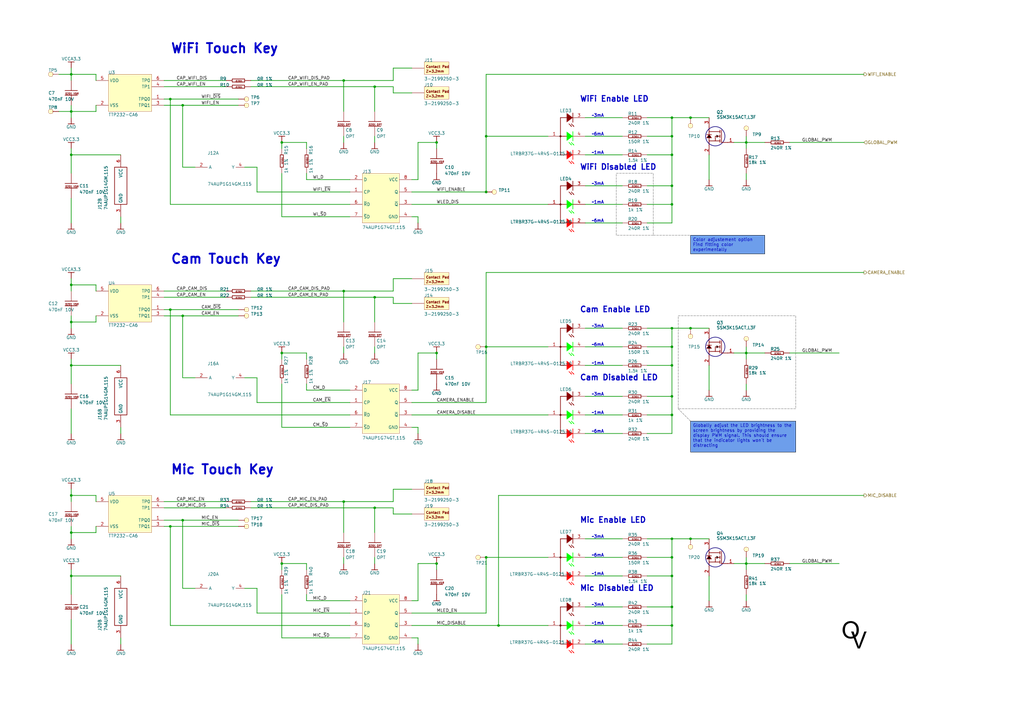
<source format=kicad_sch>
(kicad_sch (version 20231120) (generator "eeschema") (generator_version "8.0")
  (paper "A3")
  (title_block (title "01 Touch Sensing Keys") (date "2024-03-14") (rev "0.2") (company "OV Tech"))
  (junction (at 204.47 256.54))
  (junction (at 275.59 83.82))
  (junction (at 29.21 236.22))
  (junction (at 275.59 220.98))
  (junction (at 199.39 228.6))
  (junction (at 283.21 220.98))
  (junction (at 29.21 203.2))
  (junction (at 275.59 236.22))
  (junction (at 275.59 162.56))
  (junction (at 140.97 205.74))
  (junction (at 29.21 63.5))
  (junction (at 275.59 149.86))
  (junction (at 140.97 33.02))
  (junction (at 29.21 149.86))
  (junction (at 74.93 129.54))
  (junction (at 275.59 170.18))
  (junction (at 153.67 35.56))
  (junction (at 283.21 48.26))
  (junction (at 115.57 58.42))
  (junction (at 153.67 208.28))
  (junction (at 275.59 55.88))
  (junction (at 275.59 228.6))
  (junction (at 199.39 55.88))
  (junction (at 275.59 248.92))
  (junction (at 179.07 144.78))
  (junction (at 29.21 132.08))
  (junction (at 69.85 40.64))
  (junction (at 29.21 30.48))
  (junction (at 115.57 231.14))
  (junction (at 69.85 127))
  (junction (at 179.07 58.42))
  (junction (at 199.39 78.74))
  (junction (at 275.59 256.54))
  (junction (at 74.93 213.36))
  (junction (at 275.59 76.2))
  (junction (at 29.21 116.84))
  (junction (at 140.97 119.38))
  (junction (at 306.07 58.42))
  (junction (at 275.59 142.24))
  (junction (at 115.57 144.78))
  (junction (at 179.07 231.14))
  (junction (at 306.07 231.14))
  (junction (at 275.59 63.5))
  (junction (at 199.39 142.24))
  (junction (at 29.21 45.72))
  (junction (at 275.59 48.26))
  (junction (at 74.93 43.18))
  (junction (at 29.21 218.44))
  (junction (at 275.59 134.62))
  (junction (at 283.21 134.62))
  (junction (at 153.67 121.92))
  (junction (at 306.07 144.78))
  (junction (at 69.85 215.9))
  (wire (pts (xy 265.43 170.18) (xy 275.59 170.18)) (stroke (width 0.254)))
  (wire (pts (xy 67.31 208.28) (xy 92.71 208.28)) (stroke (width 0.254)))
  (wire (pts (xy 255.27 83.82) (xy 240.03 83.82)) (stroke (width 0.254)))
  (wire (pts (xy 265.43 91.44) (xy 275.59 91.44)) (stroke (width 0.254)))
  (polyline (pts (xy 278.13 129.54) (xy 326.39 129.54)) (stroke (width 0.0254) (type dash) (color 0 0 0 1)))
  (wire (pts (xy 199.39 55.88) (xy 199.39 30.48)) (stroke (width 0.254)))
  (wire (pts (xy 199.39 78.74) (xy 199.39 55.88)) (stroke (width 0.254)))
  (wire (pts (xy 168.91 170.18) (xy 224.79 170.18)) (stroke (width 0.254)))
  (wire (pts (xy 125.73 73.66) (xy 143.51 73.66)) (stroke (width 0.254)))
  (wire (pts (xy 306.07 144.78) (xy 313.69 144.78)) (stroke (width 0.254)))
  (wire (pts (xy 168.91 78.74) (xy 199.39 78.74)) (stroke (width 0.254)))
  (wire (pts (xy 115.57 71.12) (xy 115.57 88.9)) (stroke (width 0.254)))
  (wire (pts (xy 140.97 45.72) (xy 140.97 33.02)) (stroke (width 0.254)))
  (wire (pts (xy 143.51 78.74) (xy 105.41 78.74)) (stroke (width 0.254)))
  (wire (pts (xy 240.03 248.92) (xy 255.27 248.92)) (stroke (width 0.254)))
  (wire (pts (xy 171.45 144.78) (xy 171.45 160.02)) (stroke (width 0.254)))
  (wire (pts (xy 74.93 213.36) (xy 74.93 241.3)) (stroke (width 0.254)))
  (wire (pts (xy 265.43 83.82) (xy 275.59 83.82)) (stroke (width 0.254)))
  (wire (pts (xy 290.83 236.22) (xy 290.83 246.38)) (stroke (width 0.254)))
  (wire (pts (xy 161.29 210.82) (xy 161.29 208.28)) (stroke (width 0.254)))
  (wire (pts (xy 306.07 55.88) (xy 306.07 58.42)) (stroke (width 0.254)))
  (wire (pts (xy 143.51 246.38) (xy 125.73 246.38)) (stroke (width 0.254)))
  (wire (pts (xy 161.29 208.28) (xy 153.67 208.28)) (stroke (width 0.254)))
  (wire (pts (xy 171.45 246.38) (xy 168.91 246.38)) (stroke (width 0.254)))
  (wire (pts (xy 67.31 40.64) (xy 69.85 40.64)) (stroke (width 0.254)))
  (wire (pts (xy 115.57 261.62) (xy 143.51 261.62)) (stroke (width 0.254)))
  (wire (pts (xy 92.71 119.38) (xy 67.31 119.38)) (stroke (width 0.254)))
  (wire (pts (xy 306.07 58.42) (xy 306.07 60.96)) (stroke (width 0.254)))
  (wire (pts (xy 92.71 33.02) (xy 67.31 33.02)) (stroke (width 0.254)))
  (wire (pts (xy 153.67 58.42) (xy 153.67 55.88)) (stroke (width 0.254)))
  (wire (pts (xy 171.45 175.26) (xy 168.91 175.26)) (stroke (width 0.254)))
  (wire (pts (xy 300.99 58.42) (xy 306.07 58.42)) (stroke (width 0.254)))
  (wire (pts (xy 275.59 248.92) (xy 265.43 248.92)) (stroke (width 0.254)))
  (wire (pts (xy 29.21 132.08) (xy 29.21 129.54)) (stroke (width 0.254)))
  (wire (pts (xy 69.85 256.54) (xy 143.51 256.54)) (stroke (width 0.254)))
  (wire (pts (xy 153.67 218.44) (xy 153.67 208.28)) (stroke (width 0.254)))
  (wire (pts (xy 125.73 71.12) (xy 125.73 73.66)) (stroke (width 0.254)))
  (wire (pts (xy 168.91 256.54) (xy 204.47 256.54)) (stroke (width 0.254)))
  (wire (pts (xy 306.07 231.14) (xy 313.69 231.14)) (stroke (width 0.254)))
  (wire (pts (xy 29.21 116.84) (xy 29.21 114.3)) (stroke (width 0.254)))
  (wire (pts (xy 240.03 91.44) (xy 255.27 91.44)) (stroke (width 0.254)))
  (wire (pts (xy 265.43 236.22) (xy 275.59 236.22)) (stroke (width 0.254)))
  (wire (pts (xy 306.07 58.42) (xy 313.69 58.42)) (stroke (width 0.254)))
  (polyline (pts (xy 267.97 96.52) (xy 252.73 96.52)) (stroke (width 0.0254) (type dash) (color 0 0 0 1)))
  (wire (pts (xy 29.21 63.5) (xy 49.53 63.5)) (stroke (width 0.254)))
  (wire (pts (xy 115.57 157.48) (xy 115.57 175.26)) (stroke (width 0.254)))
  (wire (pts (xy 67.31 127) (xy 69.85 127)) (stroke (width 0.254)))
  (wire (pts (xy 39.37 218.44) (xy 29.21 218.44)) (stroke (width 0.254)))
  (wire (pts (xy 39.37 205.74) (xy 39.37 203.2)) (stroke (width 0.254)))
  (wire (pts (xy 275.59 55.88) (xy 275.59 48.26)) (stroke (width 0.254)))
  (wire (pts (xy 265.43 256.54) (xy 275.59 256.54)) (stroke (width 0.254)))
  (wire (pts (xy 39.37 43.18) (xy 39.37 45.72)) (stroke (width 0.254)))
  (wire (pts (xy 69.85 170.18) (xy 69.85 127)) (stroke (width 0.254)))
  (wire (pts (xy 168.91 251.46) (xy 199.39 251.46)) (stroke (width 0.254)))
  (wire (pts (xy 74.93 68.58) (xy 74.93 43.18)) (stroke (width 0.254)))
  (wire (pts (xy 39.37 203.2) (xy 29.21 203.2)) (stroke (width 0.254)))
  (wire (pts (xy 143.51 83.82) (xy 69.85 83.82)) (stroke (width 0.254)))
  (wire (pts (xy 283.21 220.98) (xy 290.83 220.98)) (stroke (width 0.254)))
  (wire (pts (xy 161.29 38.1) (xy 161.29 35.56)) (stroke (width 0.254)))
  (wire (pts (xy 240.03 228.6) (xy 255.27 228.6)) (stroke (width 0.254)))
  (wire (pts (xy 39.37 132.08) (xy 29.21 132.08)) (stroke (width 0.254)))
  (wire (pts (xy 290.83 63.5) (xy 290.83 73.66)) (stroke (width 0.254)))
  (wire (pts (xy 275.59 170.18) (xy 275.59 162.56)) (stroke (width 0.254)))
  (wire (pts (xy 29.21 81.28) (xy 29.21 91.44)) (stroke (width 0.254)))
  (wire (pts (xy 275.59 48.26) (xy 265.43 48.26)) (stroke (width 0.254)))
  (wire (pts (xy 29.21 60.96) (xy 29.21 63.5)) (stroke (width 0.254)))
  (wire (pts (xy 240.03 236.22) (xy 255.27 236.22)) (stroke (width 0.254)))
  (wire (pts (xy 67.31 121.92) (xy 92.71 121.92)) (stroke (width 0.254)))
  (wire (pts (xy 171.45 231.14) (xy 171.45 246.38)) (stroke (width 0.254)))
  (wire (pts (xy 67.31 129.54) (xy 74.93 129.54)) (stroke (width 0.254)))
  (polyline (pts (xy 278.13 167.64) (xy 283.21 172.72)) (stroke (width 0.0254) (type dash) (color 0 0 0 1)))
  (wire (pts (xy 29.21 30.48) (xy 29.21 27.94)) (stroke (width 0.254)))
  (wire (pts (xy 275.59 48.26) (xy 283.21 48.26)) (stroke (width 0.254)))
  (wire (pts (xy 80.01 154.94) (xy 74.93 154.94)) (stroke (width 0.254)))
  (wire (pts (xy 74.93 154.94) (xy 74.93 129.54)) (stroke (width 0.254)))
  (wire (pts (xy 29.21 116.84) (xy 29.21 119.38)) (stroke (width 0.254)))
  (wire (pts (xy 67.31 215.9) (xy 69.85 215.9)) (stroke (width 0.254)))
  (wire (pts (xy 161.29 35.56) (xy 153.67 35.56)) (stroke (width 0.254)))
  (wire (pts (xy 140.97 144.78) (xy 140.97 142.24)) (stroke (width 0.254)))
  (wire (pts (xy 29.21 203.2) (xy 29.21 205.74)) (stroke (width 0.254)))
  (wire (pts (xy 115.57 88.9) (xy 143.51 88.9)) (stroke (width 0.254)))
  (wire (pts (xy 140.97 218.44) (xy 140.97 205.74)) (stroke (width 0.254)))
  (wire (pts (xy 168.91 124.46) (xy 161.29 124.46)) (stroke (width 0.254)))
  (wire (pts (xy 275.59 63.5) (xy 275.59 55.88)) (stroke (width 0.254)))
  (wire (pts (xy 171.45 261.62) (xy 168.91 261.62)) (stroke (width 0.254)))
  (wire (pts (xy 179.07 58.42) (xy 171.45 58.42)) (stroke (width 0.254)))
  (wire (pts (xy 115.57 233.68) (xy 115.57 231.14)) (stroke (width 0.254)))
  (wire (pts (xy 323.85 144.78) (xy 344.17 144.78)) (stroke (width 0.254)))
  (wire (pts (xy 171.45 177.8) (xy 171.45 175.26)) (stroke (width 0.254)))
  (wire (pts (xy 49.53 91.44) (xy 49.53 88.9)) (stroke (width 0.254)))
  (wire (pts (xy 275.59 220.98) (xy 283.21 220.98)) (stroke (width 0.254)))
  (wire (pts (xy 125.73 60.96) (xy 125.73 58.42)) (stroke (width 0.254)))
  (wire (pts (xy 115.57 147.32) (xy 115.57 144.78)) (stroke (width 0.254)))
  (wire (pts (xy 161.29 114.3) (xy 161.29 119.38)) (stroke (width 0.254)))
  (wire (pts (xy 199.39 165.1) (xy 199.39 142.24)) (stroke (width 0.254)))
  (wire (pts (xy 39.37 30.48) (xy 29.21 30.48)) (stroke (width 0.254)))
  (wire (pts (xy 153.67 231.14) (xy 153.67 228.6)) (stroke (width 0.254)))
  (polyline (pts (xy 326.39 167.64) (xy 278.13 167.64)) (stroke (width 0.0254) (type dash) (color 0 0 0 1)))
  (wire (pts (xy 69.85 215.9) (xy 97.79 215.9)) (stroke (width 0.254)))
  (wire (pts (xy 240.03 149.86) (xy 255.27 149.86)) (stroke (width 0.254)))
  (wire (pts (xy 275.59 91.44) (xy 275.59 83.82)) (stroke (width 0.254)))
  (wire (pts (xy 168.91 165.1) (xy 199.39 165.1)) (stroke (width 0.254)))
  (wire (pts (xy 67.31 213.36) (xy 74.93 213.36)) (stroke (width 0.254)))
  (wire (pts (xy 39.37 215.9) (xy 39.37 218.44)) (stroke (width 0.254)))
  (wire (pts (xy 29.21 149.86) (xy 49.53 149.86)) (stroke (width 0.254)))
  (wire (pts (xy 29.21 167.64) (xy 29.21 177.8)) (stroke (width 0.254)))
  (wire (pts (xy 49.53 177.8) (xy 49.53 175.26)) (stroke (width 0.254)))
  (wire (pts (xy 275.59 220.98) (xy 265.43 220.98)) (stroke (width 0.254)))
  (wire (pts (xy 275.59 142.24) (xy 275.59 134.62)) (stroke (width 0.254)))
  (wire (pts (xy 69.85 40.64) (xy 97.79 40.64)) (stroke (width 0.254)))
  (wire (pts (xy 29.21 30.48) (xy 29.21 33.02)) (stroke (width 0.254)))
  (wire (pts (xy 115.57 175.26) (xy 143.51 175.26)) (stroke (width 0.254)))
  (wire (pts (xy 29.21 218.44) (xy 29.21 215.9)) (stroke (width 0.254)))
  (wire (pts (xy 265.43 55.88) (xy 275.59 55.88)) (stroke (width 0.254)))
  (wire (pts (xy 115.57 60.96) (xy 115.57 58.42)) (stroke (width 0.254)))
  (wire (pts (xy 179.07 144.78) (xy 171.45 144.78)) (stroke (width 0.254)))
  (wire (pts (xy 199.39 142.24) (xy 199.39 111.76)) (stroke (width 0.254)))
  (wire (pts (xy 171.45 160.02) (xy 168.91 160.02)) (stroke (width 0.254)))
  (wire (pts (xy 125.73 144.78) (xy 115.57 144.78)) (stroke (width 0.254)))
  (wire (pts (xy 204.47 256.54) (xy 204.47 203.2)) (stroke (width 0.254)))
  (wire (pts (xy 265.43 228.6) (xy 275.59 228.6)) (stroke (width 0.254)))
  (wire (pts (xy 179.07 60.96) (xy 179.07 58.42)) (stroke (width 0.254)))
  (wire (pts (xy 168.91 27.94) (xy 161.29 27.94)) (stroke (width 0.254)))
  (wire (pts (xy 240.03 142.24) (xy 255.27 142.24)) (stroke (width 0.254)))
  (wire (pts (xy 153.67 144.78) (xy 153.67 142.24)) (stroke (width 0.254)))
  (wire (pts (xy 105.41 154.94) (xy 100.33 154.94)) (stroke (width 0.254)))
  (wire (pts (xy 265.43 149.86) (xy 275.59 149.86)) (stroke (width 0.254)))
  (wire (pts (xy 143.51 251.46) (xy 105.41 251.46)) (stroke (width 0.254)))
  (wire (pts (xy 105.41 251.46) (xy 105.41 241.3)) (stroke (width 0.254)))
  (wire (pts (xy 161.29 27.94) (xy 161.29 33.02)) (stroke (width 0.254)))
  (wire (pts (xy 153.67 132.08) (xy 153.67 121.92)) (stroke (width 0.254)))
  (wire (pts (xy 143.51 170.18) (xy 69.85 170.18)) (stroke (width 0.254)))
  (wire (pts (xy 171.45 264.16) (xy 171.45 261.62)) (stroke (width 0.254)))
  (wire (pts (xy 140.97 119.38) (xy 102.87 119.38)) (stroke (width 0.254)))
  (wire (pts (xy 29.21 132.08) (xy 29.21 134.62)) (stroke (width 0.254)))
  (wire (pts (xy 306.07 228.6) (xy 306.07 231.14)) (stroke (width 0.254)))
  (wire (pts (xy 29.21 236.22) (xy 49.53 236.22)) (stroke (width 0.254)))
  (wire (pts (xy 306.07 144.78) (xy 306.07 147.32)) (stroke (width 0.254)))
  (wire (pts (xy 306.07 231.14) (xy 306.07 233.68)) (stroke (width 0.254)))
  (wire (pts (xy 153.67 121.92) (xy 102.87 121.92)) (stroke (width 0.254)))
  (wire (pts (xy 125.73 233.68) (xy 125.73 231.14)) (stroke (width 0.254)))
  (wire (pts (xy 125.73 231.14) (xy 115.57 231.14)) (stroke (width 0.254)))
  (wire (pts (xy 39.37 33.02) (xy 39.37 30.48)) (stroke (width 0.254)))
  (wire (pts (xy 306.07 71.12) (xy 306.07 73.66)) (stroke (width 0.254)))
  (wire (pts (xy 199.39 55.88) (xy 224.79 55.88)) (stroke (width 0.254)))
  (wire (pts (xy 161.29 121.92) (xy 153.67 121.92)) (stroke (width 0.254)))
  (wire (pts (xy 39.37 45.72) (xy 29.21 45.72)) (stroke (width 0.254)))
  (wire (pts (xy 39.37 129.54) (xy 39.37 132.08)) (stroke (width 0.254)))
  (wire (pts (xy 240.03 264.16) (xy 255.27 264.16)) (stroke (width 0.254)))
  (wire (pts (xy 105.41 78.74) (xy 105.41 68.58)) (stroke (width 0.254)))
  (wire (pts (xy 161.29 33.02) (xy 140.97 33.02)) (stroke (width 0.254)))
  (polyline (pts (xy 252.73 96.52) (xy 252.73 71.12)) (stroke (width 0.0254) (type dash) (color 0 0 0 1)))
  (wire (pts (xy 199.39 142.24) (xy 224.79 142.24)) (stroke (width 0.254)))
  (wire (pts (xy 265.43 142.24) (xy 275.59 142.24)) (stroke (width 0.254)))
  (wire (pts (xy 323.85 58.42) (xy 354.33 58.42)) (stroke (width 0.254)))
  (wire (pts (xy 153.67 45.72) (xy 153.67 35.56)) (stroke (width 0.254)))
  (wire (pts (xy 105.41 68.58) (xy 100.33 68.58)) (stroke (width 0.254)))
  (wire (pts (xy 240.03 220.98) (xy 255.27 220.98)) (stroke (width 0.254)))
  (wire (pts (xy 29.21 243.84) (xy 29.21 236.22)) (stroke (width 0.254)))
  (polyline (pts (xy 267.97 96.52) (xy 283.21 96.52)) (stroke (width 0.0254) (type dash) (color 0 0 0 1)))
  (wire (pts (xy 275.59 162.56) (xy 275.59 149.86)) (stroke (width 0.254)))
  (wire (pts (xy 125.73 58.42) (xy 115.57 58.42)) (stroke (width 0.254)))
  (wire (pts (xy 240.03 177.8) (xy 255.27 177.8)) (stroke (width 0.254)))
  (wire (pts (xy 74.93 43.18) (xy 97.79 43.18)) (stroke (width 0.254)))
  (wire (pts (xy 275.59 236.22) (xy 275.59 228.6)) (stroke (width 0.254)))
  (wire (pts (xy 275.59 264.16) (xy 275.59 256.54)) (stroke (width 0.254)))
  (wire (pts (xy 24.13 45.72) (xy 29.21 45.72)) (stroke (width 0.254)))
  (wire (pts (xy 265.43 264.16) (xy 275.59 264.16)) (stroke (width 0.254)))
  (wire (pts (xy 283.21 134.62) (xy 290.83 134.62)) (stroke (width 0.254)))
  (wire (pts (xy 168.91 114.3) (xy 161.29 114.3)) (stroke (width 0.254)))
  (wire (pts (xy 240.03 55.88) (xy 255.27 55.88)) (stroke (width 0.254)))
  (wire (pts (xy 39.37 119.38) (xy 39.37 116.84)) (stroke (width 0.254)))
  (wire (pts (xy 143.51 165.1) (xy 105.41 165.1)) (stroke (width 0.254)))
  (wire (pts (xy 29.21 71.12) (xy 29.21 63.5)) (stroke (width 0.254)))
  (wire (pts (xy 29.21 147.32) (xy 29.21 149.86)) (stroke (width 0.254)))
  (wire (pts (xy 179.07 231.14) (xy 171.45 231.14)) (stroke (width 0.254)))
  (wire (pts (xy 125.73 147.32) (xy 125.73 144.78)) (stroke (width 0.254)))
  (wire (pts (xy 49.53 264.16) (xy 49.53 261.62)) (stroke (width 0.254)))
  (wire (pts (xy 74.93 129.54) (xy 97.79 129.54)) (stroke (width 0.254)))
  (wire (pts (xy 199.39 111.76) (xy 354.33 111.76)) (stroke (width 0.254)))
  (wire (pts (xy 275.59 134.62) (xy 265.43 134.62)) (stroke (width 0.254)))
  (wire (pts (xy 140.97 205.74) (xy 102.87 205.74)) (stroke (width 0.254)))
  (wire (pts (xy 74.93 241.3) (xy 80.01 241.3)) (stroke (width 0.254)))
  (wire (pts (xy 161.29 119.38) (xy 140.97 119.38)) (stroke (width 0.254)))
  (wire (pts (xy 29.21 233.68) (xy 29.21 236.22)) (stroke (width 0.254)))
  (wire (pts (xy 300.99 231.14) (xy 306.07 231.14)) (stroke (width 0.254)))
  (wire (pts (xy 275.59 76.2) (xy 265.43 76.2)) (stroke (width 0.254)))
  (wire (pts (xy 105.41 241.3) (xy 100.33 241.3)) (stroke (width 0.254)))
  (wire (pts (xy 306.07 243.84) (xy 306.07 246.38)) (stroke (width 0.254)))
  (wire (pts (xy 140.97 231.14) (xy 140.97 228.6)) (stroke (width 0.254)))
  (wire (pts (xy 275.59 149.86) (xy 275.59 142.24)) (stroke (width 0.254)))
  (wire (pts (xy 179.07 147.32) (xy 179.07 144.78)) (stroke (width 0.254)))
  (wire (pts (xy 275.59 162.56) (xy 265.43 162.56)) (stroke (width 0.254)))
  (wire (pts (xy 153.67 208.28) (xy 102.87 208.28)) (stroke (width 0.254)))
  (wire (pts (xy 171.45 73.66) (xy 168.91 73.66)) (stroke (width 0.254)))
  (wire (pts (xy 143.51 160.02) (xy 125.73 160.02)) (stroke (width 0.254)))
  (wire (pts (xy 29.21 45.72) (xy 29.21 43.18)) (stroke (width 0.254)))
  (wire (pts (xy 24.13 30.48) (xy 29.21 30.48)) (stroke (width 0.254)))
  (wire (pts (xy 140.97 132.08) (xy 140.97 119.38)) (stroke (width 0.254)))
  (wire (pts (xy 69.85 83.82) (xy 69.85 40.64)) (stroke (width 0.254)))
  (wire (pts (xy 171.45 58.42) (xy 171.45 73.66)) (stroke (width 0.254)))
  (wire (pts (xy 306.07 157.48) (xy 306.07 160.02)) (stroke (width 0.254)))
  (wire (pts (xy 255.27 170.18) (xy 240.03 170.18)) (stroke (width 0.254)))
  (wire (pts (xy 204.47 203.2) (xy 354.33 203.2)) (stroke (width 0.254)))
  (wire (pts (xy 69.85 215.9) (xy 69.85 256.54)) (stroke (width 0.254)))
  (wire (pts (xy 80.01 68.58) (xy 74.93 68.58)) (stroke (width 0.254)))
  (wire (pts (xy 29.21 157.48) (xy 29.21 149.86)) (stroke (width 0.254)))
  (wire (pts (xy 290.83 149.86) (xy 290.83 160.02)) (stroke (width 0.254)))
  (wire (pts (xy 74.93 213.36) (xy 97.79 213.36)) (stroke (width 0.254)))
  (wire (pts (xy 306.07 142.24) (xy 306.07 144.78)) (stroke (width 0.254)))
  (wire (pts (xy 199.39 251.46) (xy 199.39 228.6)) (stroke (width 0.254)))
  (wire (pts (xy 39.37 116.84) (xy 29.21 116.84)) (stroke (width 0.254)))
  (wire (pts (xy 240.03 48.26) (xy 255.27 48.26)) (stroke (width 0.254)))
  (polyline (pts (xy 252.73 71.12) (xy 267.97 71.12)) (stroke (width 0.0254) (type dash) (color 0 0 0 1)))
  (wire (pts (xy 161.29 205.74) (xy 140.97 205.74)) (stroke (width 0.254)))
  (wire (pts (xy 168.91 38.1) (xy 161.29 38.1)) (stroke (width 0.254)))
  (wire (pts (xy 275.59 248.92) (xy 275.59 236.22)) (stroke (width 0.254)))
  (wire (pts (xy 161.29 200.66) (xy 161.29 205.74)) (stroke (width 0.254)))
  (wire (pts (xy 153.67 35.56) (xy 102.87 35.56)) (stroke (width 0.254)))
  (wire (pts (xy 199.39 228.6) (xy 224.79 228.6)) (stroke (width 0.254)))
  (wire (pts (xy 199.39 30.48) (xy 354.33 30.48)) (stroke (width 0.254)))
  (wire (pts (xy 140.97 58.42) (xy 140.97 55.88)) (stroke (width 0.254)))
  (wire (pts (xy 168.91 83.82) (xy 224.79 83.82)) (stroke (width 0.254)))
  (wire (pts (xy 275.59 76.2) (xy 275.59 63.5)) (stroke (width 0.254)))
  (wire (pts (xy 204.47 256.54) (xy 224.79 256.54)) (stroke (width 0.254)))
  (wire (pts (xy 125.73 160.02) (xy 125.73 157.48)) (stroke (width 0.254)))
  (wire (pts (xy 275.59 177.8) (xy 275.59 170.18)) (stroke (width 0.254)))
  (wire (pts (xy 179.07 233.68) (xy 179.07 231.14)) (stroke (width 0.254)))
  (wire (pts (xy 240.03 63.5) (xy 255.27 63.5)) (stroke (width 0.254)))
  (wire (pts (xy 240.03 162.56) (xy 255.27 162.56)) (stroke (width 0.254)))
  (wire (pts (xy 69.85 127) (xy 97.79 127)) (stroke (width 0.254)))
  (wire (pts (xy 67.31 35.56) (xy 92.71 35.56)) (stroke (width 0.254)))
  (wire (pts (xy 323.85 231.14) (xy 344.17 231.14)) (stroke (width 0.254)))
  (wire (pts (xy 29.21 45.72) (xy 29.21 48.26)) (stroke (width 0.254)))
  (polyline (pts (xy 267.97 71.12) (xy 267.97 96.52)) (stroke (width 0.0254) (type dash) (color 0 0 0 1)))
  (wire (pts (xy 275.59 228.6) (xy 275.59 220.98)) (stroke (width 0.254)))
  (wire (pts (xy 283.21 48.26) (xy 290.83 48.26)) (stroke (width 0.254)))
  (polyline (pts (xy 326.39 129.54) (xy 326.39 167.64)) (stroke (width 0.0254) (type dash) (color 0 0 0 1)))
  (wire (pts (xy 275.59 83.82) (xy 275.59 76.2)) (stroke (width 0.254)))
  (wire (pts (xy 300.99 144.78) (xy 306.07 144.78)) (stroke (width 0.254)))
  (wire (pts (xy 171.45 88.9) (xy 168.91 88.9)) (stroke (width 0.254)))
  (wire (pts (xy 168.91 200.66) (xy 161.29 200.66)) (stroke (width 0.254)))
  (wire (pts (xy 255.27 256.54) (xy 240.03 256.54)) (stroke (width 0.254)))
  (wire (pts (xy 92.71 205.74) (xy 67.31 205.74)) (stroke (width 0.254)))
  (wire (pts (xy 29.21 254) (xy 29.21 264.16)) (stroke (width 0.254)))
  (wire (pts (xy 275.59 256.54) (xy 275.59 248.92)) (stroke (width 0.254)))
  (wire (pts (xy 240.03 134.62) (xy 255.27 134.62)) (stroke (width 0.254)))
  (wire (pts (xy 67.31 43.18) (xy 74.93 43.18)) (stroke (width 0.254)))
  (wire (pts (xy 125.73 246.38) (xy 125.73 243.84)) (stroke (width 0.254)))
  (wire (pts (xy 161.29 124.46) (xy 161.29 121.92)) (stroke (width 0.254)))
  (wire (pts (xy 29.21 203.2) (xy 29.21 200.66)) (stroke (width 0.254)))
  (wire (pts (xy 140.97 33.02) (xy 102.87 33.02)) (stroke (width 0.254)))
  (wire (pts (xy 171.45 91.44) (xy 171.45 88.9)) (stroke (width 0.254)))
  (wire (pts (xy 240.03 76.2) (xy 255.27 76.2)) (stroke (width 0.254)))
  (polyline (pts (xy 278.13 167.64) (xy 278.13 129.54)) (stroke (width 0.0254) (type dash) (color 0 0 0 1)))
  (wire (pts (xy 265.43 177.8) (xy 275.59 177.8)) (stroke (width 0.254)))
  (wire (pts (xy 265.43 63.5) (xy 275.59 63.5)) (stroke (width 0.254)))
  (wire (pts (xy 275.59 134.62) (xy 283.21 134.62)) (stroke (width 0.254)))
  (wire (pts (xy 115.57 243.84) (xy 115.57 261.62)) (stroke (width 0.254)))
  (wire (pts (xy 105.41 165.1) (xy 105.41 154.94)) (stroke (width 0.254)))
  (wire (pts (xy 29.21 218.44) (xy 29.21 220.98)) (stroke (width 0.254)))
  (wire (pts (xy 168.91 210.82) (xy 161.29 210.82)) (stroke (width 0.254)))
  (image (at 350.52 260.35) (scale 0.0578808))
  (text_box "Globally adjust the LED brightness to the screen brightness by providing the display PWM signal. This should ensure that the indicator lights won´t be distracting" (at 326.39 172.72 0) (size -43.18 12.7) (stroke (width 0) (color 0 0 0 1)) (fill (type color) (color 109 158 235 1)) (effects (font (size 1.27 1.27)) (justify left top)))
  (text_box "Color adjustement option\nFind fitting color experimentally" (at 313.69 96.52 0) (size -30.48 7.62) (stroke (width 0) (color 0 0 0 1)) (fill (type color) (color 109 158 235 1)) (effects (font (size 1.27 1.27)) (justify left top)))
  (text "~6mA" (at 242.57 55.88 0) (effects (font (size 1.27 1.27) (bold yes)) (justify left bottom)))
  (text "~1mA" (at 242.57 83.82 0) (effects (font (size 1.27 1.27) (bold yes)) (justify left bottom)))
  (text "~6mA" (at 242.57 264.16 0) (effects (font (size 1.27 1.27) (bold yes)) (justify left bottom)))
  (text "WiFi Disabled LED" (at 237.744 67.31 0) (effects (font (size 2.286 2.286) (bold yes)) (justify left top)))
  (text "Mic Touch Key" (at 69.85 190.5 0) (effects (font (size 3.81 3.81) (bold yes)) (justify left top)))
  (text "~6mA" (at 242.57 177.8 0) (effects (font (size 1.27 1.27) (bold yes)) (justify left bottom)))
  (text "~6mA" (at 242.57 91.44 0) (effects (font (size 1.27 1.27) (bold yes)) (justify left bottom)))
  (text "~3mA" (at 242.57 248.92 0) (effects (font (size 1.27 1.27) (bold yes)) (justify left bottom)))
  (text "~3mA" (at 242.57 162.56 0) (effects (font (size 1.27 1.27) (bold yes)) (justify left bottom)))
  (text "~1mA" (at 242.57 170.18 0) (effects (font (size 1.27 1.27) (bold yes)) (justify left bottom)))
  (text "~1mA" (at 242.57 256.54 0) (effects (font (size 1.27 1.27) (bold yes)) (justify left bottom)))
  (text "Cam Enable LED" (at 237.744 125.73 0) (effects (font (size 2.286 2.286) (bold yes)) (justify left top)))
  (text "~6mA" (at 242.57 142.24 0) (effects (font (size 1.27 1.27) (bold yes)) (justify left bottom)))
  (text "~1mA" (at 242.57 236.22 0) (effects (font (size 1.27 1.27) (bold yes)) (justify left bottom)))
  (text "~1mA" (at 242.57 149.86 0) (effects (font (size 1.27 1.27) (bold yes)) (justify left bottom)))
  (text "~6mA" (at 242.57 228.6 0) (effects (font (size 1.27 1.27) (bold yes)) (justify left bottom)))
  (text "WiFi Enable LED" (at 237.744 39.37 0) (effects (font (size 2.286 2.286) (bold yes)) (justify left top)))
  (text "Cam Disabled LED" (at 237.744 153.67 0) (effects (font (size 2.286 2.286) (bold yes)) (justify left top)))
  (text "WiFi Touch Key" (at 69.85 17.78 0) (effects (font (size 3.81 3.81) (bold yes)) (justify left top)))
  (text "~3mA" (at 242.57 134.62 0) (effects (font (size 1.27 1.27) (bold yes)) (justify left bottom)))
  (text "~3mA" (at 242.57 220.98 0) (effects (font (size 1.27 1.27) (bold yes)) (justify left bottom)))
  (text "Cam Touch Key" (at 69.85 104.14 0) (effects (font (size 3.81 3.81) (bold yes)) (justify left top)))
  (text "~3mA" (at 242.57 48.26 0) (effects (font (size 1.27 1.27) (bold yes)) (justify left bottom)))
  (text "Mic Disabled LED" (at 237.744 240.03 0) (effects (font (size 2.286 2.286) (bold yes)) (justify left top)))
  (text "~1mA" (at 242.57 63.5 0) (effects (font (size 1.27 1.27) (bold yes)) (justify left bottom)))
  (text "~3mA" (at 242.57 76.2 0) (effects (font (size 1.27 1.27) (bold yes)) (justify left bottom)))
  (text "Mic Enable LED" (at 237.744 212.09 0) (effects (font (size 2.286 2.286) (bold yes)) (justify left top)))
  (label "CM_D" (at 128.27 160.02 0))
  (label "MIC_~{DIS}" (at 82.55 215.9 0))
  (label "CAP_CAM_DIS" (at 72.39 119.38 0))
  (label "WIFI_~{DIS}" (at 82.55 40.64 0))
  (label "CAM_~{DIS}" (at 82.55 127 0))
  (label "MLED_EN" (at 179.07 251.46 0))
  (label "CAP_CAM_EN_PAD" (at 118.11 121.92 0))
  (label "WI_~{S}D" (at 128.27 88.9 0))
  (label "MIC_~{EN}" (at 128.27 251.46 0))
  (label "CM_~{S}D" (at 128.27 175.26 0))
  (label "CAP_CAM_EN" (at 72.39 121.92 0))
  (label "GLOBAL_PWM" (at 328.93 231.14 0))
  (label "WIFI_~{EN}" (at 128.27 78.74 0))
  (label "WLED_DIS" (at 179.07 83.82 0))
  (label "CAMERA_ENABLE" (at 179.07 165.1 0))
  (label "CAP_WIFI_DIS" (at 72.39 33.02 0))
  (label "CAM_EN" (at 82.55 129.54 0))
  (label "GLOBAL_PWM" (at 328.93 144.78 0))
  (label "CAP_WIFI_EN_PAD" (at 118.11 35.56 0))
  (label "CAM_~{EN}" (at 128.27 165.1 0))
  (label "CAP_MIC_EN" (at 72.39 205.74 0))
  (label "CAP_MIC_DIS" (at 72.39 208.28 0))
  (label "CAP_MIC_EN_PAD" (at 118.11 205.74 0))
  (label "WiFi_ENABLE" (at 179.07 78.74 0))
  (label "CAP_MIC_DIS_PAD" (at 118.11 208.28 0))
  (label "GLOBAL_PWM" (at 328.93 58.42 0))
  (label "CAMERA_DISABLE" (at 179.07 170.18 0))
  (label "WIFI_EN" (at 82.55 43.18 0))
  (label "CAP_CAM_DIS_PAD" (at 118.11 119.38 0))
  (label "CAP_WIFI_EN" (at 72.39 35.56 0))
  (label "MIC_~{S}D" (at 128.27 261.62 0))
  (label "MIC_EN" (at 82.55 213.36 0))
  (label "MIC_DISABLE" (at 179.07 256.54 0))
  (label "CAP_WIFI_DIS_PAD" (at 118.11 33.02 0))
  (label "MIC_D" (at 128.27 246.38 0))
  (label "WI_D" (at 128.27 73.66 0))
  (hierarchical_label "GLOBAL_PWM" (shape input) (at 354.33 58.42 0))
  (hierarchical_label "MIC_DISABLE" (shape output) (at 354.33 203.2 0))
  (hierarchical_label "CAMERA_ENABLE" (shape output) (at 354.33 111.76 0))
  (hierarchical_label "WiFi_ENABLE" (shape output) (at 354.33 30.48 0))
  (symbol (lib_id "WCAM-TK-PCB-R02-altium-import:GND_BAR") (at 29.21 177.8 0) (unit 1)
    (property "Reference" "#PWR?" (effects (hide yes)))
    (property "Value" "GND" (at 29.21 181.61 0))
  )
  (symbol (lib_id "WCAM-TK-PCB-R02-altium-import:GND_BAR") (at 153.67 58.42 0) (unit 1)
    (property "Reference" "#PWR?" (effects (hide yes)))
    (property "Value" "GND" (at 153.67 62.23 0))
  )
  (symbol (lib_id "WCAM-TK-PCB-R02-altium-import:GND_BAR") (at 29.21 220.98 0) (unit 1)
    (property "Reference" "#PWR?" (effects (hide yes)))
    (property "Value" "GND" (at 29.21 224.79 0))
  )
  (symbol (lib_id "WCAM-TK-PCB-R02-altium-import:VCC3.3_BAR") (at 179.07 231.14 180) (unit 1)
    (property "Reference" "#PWR?" (effects (hide yes)))
    (property "Value" "VCC3.3" (at 179.07 227.33 0))
  )
  (symbol (lib_id "WCAM-TK-PCB-R02-altium-import:U_01 Touch Sensing Keys_1_RES_0201_18k_1%") (at 306.07 243.84 0) (unit 1)
    (property "Reference" "R41" (at 306.959 237.998 0) (effects (justify left bottom)))
    (property "Value" "18k 1%" (at 306.959 240.03 0) (effects (justify left bottom)))
    (property "Footprint" "QV_Res.pcblib:RESC0603X03L" (effects (hide yes)))
    (property "MANUFACTURER 1" "Panasonic" (effects (hide yes)))
    (property "MANUFACTURER 1 PRT. NR." "ERJ-1GNF1802C" (effects (hide yes)))
    (property "MANUFACTURER 2" "KOA Speer" (effects (hide yes)))
    (property "MANUFACTURER 2 PRT. NR." "RK73H1HTTC1802F" (effects (hide yes)))
  )
  (symbol (lib_id "WCAM-TK-PCB-R02-altium-import:U_01 Touch Sensing Keys_1_RES_0201_1k_1%") (at 125.73 243.84 0) (unit 1)
    (property "Reference" "R40" (at 128.27 236.22 90) (effects (justify left bottom)))
    (property "Value" "1k 1%" (at 128.27 243.84 90) (effects (justify left bottom)))
    (property "Footprint" "QV_Res.pcblib:RESC0603X03L" (effects (hide yes)))
    (property "MANUFACTURER 1" "Yageo" (effects (hide yes)))
    (property "MANUFACTURER 1 PRT. NR." "RC0201FR-071KL" (effects (hide yes)))
    (property "MANUFACTURER 2" "Vishay / Dale" (effects (hide yes)))
    (property "MANUFACTURER 2 PRT. NR." "CRCW02011K00FNED" (effects (hide yes)))
  )
  (symbol (lib_id "WCAM-TK-PCB-R02-altium-import:VCC3.3_BAR") (at 29.21 233.68 180) (unit 1)
    (property "Reference" "#PWR?" (effects (hide yes)))
    (property "Value" "VCC3.3" (at 29.21 229.87 0))
  )
  (symbol (lib_id "WCAM-TK-PCB-R02-altium-import:GND_BAR") (at 140.97 231.14 0) (unit 1)
    (property "Reference" "#PWR?" (effects (hide yes)))
    (property "Value" "GND" (at 140.97 234.95 0))
  )
  (symbol (lib_id "WCAM-TK-PCB-R02-altium-import:GND_BAR") (at 140.97 58.42 0) (unit 1)
    (property "Reference" "#PWR?" (effects (hide yes)))
    (property "Value" "GND" (at 140.97 62.23 0))
  )
  (symbol (lib_id "WCAM-TK-PCB-R02-altium-import:U_01 Touch Sensing Keys_0_RES_0201_240R_1%") (at 255.27 264.16 0) (unit 1)
    (property "Reference" "R44" (at 257.556 263.271 0) (effects (justify left bottom)))
    (property "Value" "240R 1%" (at 257.556 267.081 0) (effects (justify left bottom)))
    (property "Footprint" "QV_Res.pcblib:RESC0603X03L" (effects (hide yes)))
    (property "MANUFACTURER 1" "Yageo" (effects (hide yes)))
    (property "MANUFACTURER 1 PRT. NR." "RC0201FR-07240RL" (effects (hide yes)))
    (property "MANUFACTURER 2" "Vishay / Dale" (effects (hide yes)))
    (property "MANUFACTURER 2 PRT. NR." "CRCW0201240RFNED" (effects (hide yes)))
  )
  (symbol (lib_id "WCAM-TK-PCB-R02-altium-import:U_01 Touch Sensing Keys_0_Dual key capacitive touch sensing_TTP232-CA6") (at 39.37 218.44 0) (unit 1)
    (property "Reference" "U5" (at 44.45 203.2 0) (effects (justify left bottom)))
    (property "Value" "TTP232-CA6" (at 44.45 220.472 0) (effects (justify left bottom)))
    (property "Footprint" "QV_Active.PcbLib:SOT95P285X126-6L" (effects (hide yes)))
    (property "MANUFACTURER 1" "Tontek Design Tech" (effects (hide yes)))
    (property "MANUFACTURER 1 PRT. NR." "TTP232-CA6" (effects (hide yes)))
  )
  (symbol (lib_id "WCAM-TK-PCB-R02-altium-import:VCCA3.3_BAR") (at 29.21 200.66 180) (unit 1)
    (property "Reference" "#PWR?" (effects (hide yes)))
    (property "Value" "VCCA3.3" (at 29.21 196.85 0))
  )
  (symbol (lib_id "WCAM-TK-PCB-R02-altium-import:GND_BAR") (at 171.45 177.8 0) (unit 1)
    (property "Reference" "#PWR?" (effects (hide yes)))
    (property "Value" "GND" (at 171.45 181.61 0))
  )
  (symbol (lib_id "WCAM-TK-PCB-R02-altium-import:GND_BAR") (at 290.83 73.66 0) (unit 1)
    (property "Reference" "#PWR?" (effects (hide yes)))
    (property "Value" "GND" (at 290.83 77.47 0))
  )
  (symbol (lib_id "WCAM-TK-PCB-R02-altium-import:U_01 Touch Sensing Keys_0_PAD_3-2199250-3") (at 168.91 200.66 0) (unit 1)
    (property "Reference" "J18" (at 173.99 198.12 0) (effects (justify left bottom)))
    (property "Value" "3-2199250-3" (at 173.99 205.74 0) (effects (justify left bottom)))
    (property "Footprint" "QV_ElectroMech.PcbLib:Contact Pad_3.2mm_3-2199250-3" (effects (hide yes)))
    (property "MANUFACTURER 1" "TE Connectivity" (effects (hide yes)))
    (property "MANUFACTURER 1 PRT. NR." "3-2199250-3" (effects (hide yes)))
  )
  (symbol (lib_id "WCAM-TK-PCB-R02-altium-import:U_01 Touch Sensing Keys_2_Testpoint 0.5mm") (at 24.13 30.48 0) (unit 1)
    (property "Reference" "TP5" (at 19.876 29.527 0) (effects (justify left bottom)))
    (property "Value" "Testpoint 0.5mm" (effects (hide yes)))
    (property "Footprint" "QV_ElectroMech.PcbLib:TP_0.50mm" (effects (hide yes)))
  )
  (symbol (lib_id "WCAM-TK-PCB-R02-altium-import:U_01 Touch Sensing Keys_0_CAP_0201_470nF_10V") (at 179.07 157.48 0) (unit 1)
    (property "Reference" "C15" (at 182.372 155.702 0) (effects (justify left bottom)))
    (property "Value" "470nF 10V" (at 182.372 158.242 0) (effects (justify left bottom)))
    (property "Footprint" "QV_Cap.pcblib:CAPC0603X03L" (effects (hide yes)))
    (property "MANUFACTURER 1" "Taiyo Yuden" (effects (hide yes)))
    (property "MANUFACTURER 1 PRT. NR." "LMK063BBJ474KPLF" (effects (hide yes)))
    (property "MANUFACTURER 2" "TDK" (effects (hide yes)))
    (property "MANUFACTURER 2 PRT. NR." "C0603X5R1A474M030BC" (effects (hide yes)))
  )
  (symbol (lib_id "WCAM-TK-PCB-R02-altium-import:U_01 Touch Sensing Keys_0_D-FLOP_SMG-W-2,0x1,2x1,25-AU") (at 143.51 177.8 0) (unit 1)
    (property "Reference" "J17" (at 148.59 157.48 0) (effects (justify left bottom)))
    (property "Value" "74AUP1G74GT,115" (at 148.59 180.34 0) (effects (justify left bottom)))
    (property "Footprint" "QV_Digital.PcbLib:PSON50P100X50-8L" (effects (hide yes)))
    (property "MANUFACTURER 1" "Nexperia" (effects (hide yes)))
    (property "MANUFACTURER 1 PRT. NR." "74AUP1G74GT,115" (effects (hide yes)))
  )
  (symbol (lib_id "WCAM-TK-PCB-R02-altium-import:U_01 Touch Sensing Keys_2_Testpoint 0.5mm") (at 199.39 228.6 0) (unit 1)
    (property "Reference" "TP21" (at 195.136 231.584 0) (effects (justify left bottom)))
    (property "Value" "Testpoint 0.5mm" (effects (hide yes)))
    (property "Footprint" "QV_ElectroMech.PcbLib:TP_0.50mm" (effects (hide yes)))
  )
  (symbol (lib_id "WCAM-TK-PCB-R02-altium-import:U_01 Touch Sensing Keys_0_PAD_3-2199250-3") (at 168.91 124.46 0) (unit 1)
    (property "Reference" "J14" (at 173.99 121.92 0) (effects (justify left bottom)))
    (property "Value" "3-2199250-3" (at 173.99 129.54 0) (effects (justify left bottom)))
    (property "Footprint" "QV_ElectroMech.PcbLib:Contact Pad_3.2mm_3-2199250-3" (effects (hide yes)))
    (property "MANUFACTURER 1" "TE Connectivity" (effects (hide yes)))
    (property "MANUFACTURER 1 PRT. NR." "3-2199250-3" (effects (hide yes)))
  )
  (symbol (lib_id "WCAM-TK-PCB-R02-altium-import:U_01 Touch Sensing Keys_0_Inverter_74AUP1G14GM,115") (at 46.99 175.26 0) (unit 2)
    (property "Reference" "J16" (at 41.656 172.466 90) (effects (justify left bottom)))
    (property "Value" "74AUP1G14GM,115" (at 44.196 172.466 90) (effects (justify left bottom)))
    (property "Footprint" "QV_Digital.PcbLib:PSON50P140X100X50-6L" (effects (hide yes)))
    (property "MANUFACTURER 1" "Nexperia" (effects (hide yes)))
    (property "MANUFACTURER 1 PRT. NR." "74AUP1G14GM,115" (effects (hide yes)))
  )
  (symbol (lib_id "WCAM-TK-PCB-R02-altium-import:U_01 Touch Sensing Keys_1_RES_0201_1k_1%") (at 125.73 71.12 0) (unit 1)
    (property "Reference" "R16" (at 128.27 63.5 90) (effects (justify left bottom)))
    (property "Value" "1k 1%" (at 128.27 71.12 90) (effects (justify left bottom)))
    (property "Footprint" "QV_Res.pcblib:RESC0603X03L" (effects (hide yes)))
    (property "MANUFACTURER 1" "Yageo" (effects (hide yes)))
    (property "MANUFACTURER 1 PRT. NR." "RC0201FR-071KL" (effects (hide yes)))
    (property "MANUFACTURER 2" "Vishay / Dale" (effects (hide yes)))
    (property "MANUFACTURER 2 PRT. NR." "CRCW02011K00FNED" (effects (hide yes)))
  )
  (symbol (lib_id "WCAM-TK-PCB-R02-altium-import:U_01 Touch Sensing Keys_0_Testpoint 0.5mm") (at 199.39 78.74 0) (unit 1)
    (property "Reference" "TP11" (at 204.47 78.74 0) (effects (justify left bottom)))
    (property "Value" "Testpoint 0.5mm" (effects (hide yes)))
    (property "Footprint" "QV_ElectroMech.PcbLib:TP_0.50mm" (effects (hide yes)))
  )
  (symbol (lib_id "WCAM-TK-PCB-R02-altium-import:GND_BAR") (at 29.21 134.62 0) (unit 1)
    (property "Reference" "#PWR?" (effects (hide yes)))
    (property "Value" "GND" (at 29.21 138.43 0))
  )
  (symbol (lib_id "WCAM-TK-PCB-R02-altium-import:VCC3.3_BAR") (at 29.21 147.32 180) (unit 1)
    (property "Reference" "#PWR?" (effects (hide yes)))
    (property "Value" "VCC3.3" (at 29.21 143.51 0))
  )
  (symbol (lib_id "WCAM-TK-PCB-R02-altium-import:U_01 Touch Sensing Keys_0_PAD_3-2199250-3") (at 168.91 114.3 0) (unit 1)
    (property "Reference" "J15" (at 173.99 111.76 0) (effects (justify left bottom)))
    (property "Value" "3-2199250-3" (at 173.99 119.38 0) (effects (justify left bottom)))
    (property "Footprint" "QV_ElectroMech.PcbLib:Contact Pad_3.2mm_3-2199250-3" (effects (hide yes)))
    (property "MANUFACTURER 1" "TE Connectivity" (effects (hide yes)))
    (property "MANUFACTURER 1 PRT. NR." "3-2199250-3" (effects (hide yes)))
  )
  (symbol (lib_id "WCAM-TK-PCB-R02-altium-import:U_01 Touch Sensing Keys_0_PAD_3-2199250-3") (at 168.91 27.94 0) (unit 1)
    (property "Reference" "J11" (at 173.99 25.4 0) (effects (justify left bottom)))
    (property "Value" "3-2199250-3" (at 173.99 33.02 0) (effects (justify left bottom)))
    (property "Footprint" "QV_ElectroMech.PcbLib:Contact Pad_3.2mm_3-2199250-3" (effects (hide yes)))
    (property "MANUFACTURER 1" "TE Connectivity" (effects (hide yes)))
    (property "MANUFACTURER 1 PRT. NR." "3-2199250-3" (effects (hide yes)))
  )
  (symbol (lib_id "WCAM-TK-PCB-R02-altium-import:GND_BAR") (at 290.83 160.02 0) (unit 1)
    (property "Reference" "#PWR?" (effects (hide yes)))
    (property "Value" "GND" (at 290.83 163.83 0))
  )
  (symbol (lib_id "WCAM-TK-PCB-R02-altium-import:VCC3.3_BAR") (at 179.07 58.42 180) (unit 1)
    (property "Reference" "#PWR?" (effects (hide yes)))
    (property "Value" "VCC3.3" (at 179.07 54.61 0))
  )
  (symbol (lib_id "WCAM-TK-PCB-R02-altium-import:U_01 Touch Sensing Keys_0_Testpoint 0.5mm") (at 97.79 215.9 0) (unit 1)
    (property "Reference" "TP18" (at 102.87 215.9 0) (effects (justify left bottom)))
    (property "Value" "Testpoint 0.5mm" (effects (hide yes)))
    (property "Footprint" "QV_ElectroMech.PcbLib:TP_0.50mm" (effects (hide yes)))
  )
  (symbol (lib_id "WCAM-TK-PCB-R02-altium-import:U_01 Touch Sensing Keys_0_RES_0201_1.5k_1%") (at 255.27 63.5 0) (unit 1)
    (property "Reference" "R14" (at 257.556 62.611 0) (effects (justify left bottom)))
    (property "Value" "1.5k 1%" (at 257.556 66.421 0) (effects (justify left bottom)))
    (property "Footprint" "QV_Res.pcblib:RESC0603X03L" (effects (hide yes)))
    (property "MANUFACTURER 1" "Yageo" (effects (hide yes)))
    (property "MANUFACTURER 1 PRT. NR." "RC0201FR-071K5L" (effects (hide yes)))
    (property "MANUFACTURER 2" "Vishay / Dale" (effects (hide yes)))
    (property "MANUFACTURER 2 PRT. NR." "CRCW02011K50FNED" (effects (hide yes)))
  )
  (symbol (lib_id "WCAM-TK-PCB-R02-altium-import:U_01 Touch Sensing Keys_0_PAD_3-2199250-3") (at 168.91 210.82 0) (unit 1)
    (property "Reference" "J19" (at 173.99 208.28 0) (effects (justify left bottom)))
    (property "Value" "3-2199250-3" (at 173.99 215.9 0) (effects (justify left bottom)))
    (property "Footprint" "QV_ElectroMech.PcbLib:Contact Pad_3.2mm_3-2199250-3" (effects (hide yes)))
    (property "MANUFACTURER 1" "TE Connectivity" (effects (hide yes)))
    (property "MANUFACTURER 1 PRT. NR." "3-2199250-3" (effects (hide yes)))
  )
  (symbol (lib_id "WCAM-TK-PCB-R02-altium-import:U_01 Touch Sensing Keys_0_RES_0201_150R_1%") (at 255.27 142.24 0) (unit 1)
    (property "Reference" "R24" (at 257.556 141.351 0) (effects (justify left bottom)))
    (property "Value" "150R 1%" (at 257.556 145.161 0) (effects (justify left bottom)))
    (property "Footprint" "QV_Res.pcblib:RESC0603X03L" (effects (hide yes)))
    (property "MANUFACTURER 1" "Yageo" (effects (hide yes)))
    (property "MANUFACTURER 1 PRT. NR." "RC0201FR-07150RL" (effects (hide yes)))
    (property "MANUFACTURER 2" "Vishay / Dale" (effects (hide yes)))
    (property "MANUFACTURER 2 PRT. NR." "CRCW0201150RFNED" (effects (hide yes)))
  )
  (symbol (lib_id "WCAM-TK-PCB-R02-altium-import:U_01 Touch Sensing Keys_1_RES_0201_1k_1%") (at 125.73 157.48 0) (unit 1)
    (property "Reference" "R28" (at 128.27 149.86 90) (effects (justify left bottom)))
    (property "Value" "1k 1%" (at 128.27 157.48 90) (effects (justify left bottom)))
    (property "Footprint" "QV_Res.pcblib:RESC0603X03L" (effects (hide yes)))
    (property "MANUFACTURER 1" "Yageo" (effects (hide yes)))
    (property "MANUFACTURER 1 PRT. NR." "RC0201FR-071KL" (effects (hide yes)))
    (property "MANUFACTURER 2" "Vishay / Dale" (effects (hide yes)))
    (property "MANUFACTURER 2 PRT. NR." "CRCW02011K00FNED" (effects (hide yes)))
  )
  (symbol (lib_id "WCAM-TK-PCB-R02-altium-import:U_01 Touch Sensing Keys_0_CAP_0201_OPT") (at 140.97 228.6 0) (unit 1)
    (property "Reference" "C18" (at 141.732 226.822 0) (effects (justify left bottom)))
    (property "Value" "OPT" (at 141.732 229.362 0) (effects (justify left bottom)))
    (property "Footprint" "QV_Cap.pcblib:CAPC0603X03L" (effects (hide yes)))
  )
  (symbol (lib_id "WCAM-TK-PCB-R02-altium-import:U_01 Touch Sensing Keys_0_RES_0201_240R_1%") (at 255.27 162.56 0) (unit 1)
    (property "Reference" "R30" (at 257.556 161.671 0) (effects (justify left bottom)))
    (property "Value" "240R 1%" (at 257.556 165.481 0) (effects (justify left bottom)))
    (property "Footprint" "QV_Res.pcblib:RESC0603X03L" (effects (hide yes)))
    (property "MANUFACTURER 1" "Yageo" (effects (hide yes)))
    (property "MANUFACTURER 1 PRT. NR." "RC0201FR-07240RL" (effects (hide yes)))
    (property "MANUFACTURER 2" "Vishay / Dale" (effects (hide yes)))
    (property "MANUFACTURER 2 PRT. NR." "CRCW0201240RFNED" (effects (hide yes)))
  )
  (symbol (lib_id "WCAM-TK-PCB-R02-altium-import:U_01 Touch Sensing Keys_0_RES_0201_0R_1%") (at 92.71 205.74 0) (unit 1)
    (property "Reference" "R33" (at 90.17 205.74 0) (effects (justify left bottom)))
    (property "Value" "0R 1%" (at 105.41 205.74 0) (effects (justify left bottom)))
    (property "Footprint" "QV_Res.pcblib:RESC0603X03L" (effects (hide yes)))
    (property "MANUFACTURER 1" "Yageo" (effects (hide yes)))
    (property "MANUFACTURER 1 PRT. NR." "RC0201FR-070RL" (effects (hide yes)))
    (property "MANUFACTURER 2" "Vishay / Dale" (effects (hide yes)))
    (property "MANUFACTURER 2 PRT. NR." "CRCW02010000Z0ED" (effects (hide yes)))
  )
  (symbol (lib_id "WCAM-TK-PCB-R02-altium-import:U_01 Touch Sensing Keys_0_RES_0201_240R_1%") (at 313.69 231.14 0) (unit 1)
    (property "Reference" "R37" (at 315.976 230.251 0) (effects (justify left bottom)))
    (property "Value" "240R 1%" (at 315.976 234.061 0) (effects (justify left bottom)))
    (property "Footprint" "QV_Res.pcblib:RESC0603X03L" (effects (hide yes)))
    (property "MANUFACTURER 1" "Yageo" (effects (hide yes)))
    (property "MANUFACTURER 1 PRT. NR." "RC0201FR-07240RL" (effects (hide yes)))
    (property "MANUFACTURER 2" "Vishay / Dale" (effects (hide yes)))
    (property "MANUFACTURER 2 PRT. NR." "CRCW0201240RFNED" (effects (hide yes)))
  )
  (symbol (lib_id "WCAM-TK-PCB-R02-altium-import:U_01 Touch Sensing Keys_1_RES_0201_1k_1%") (at 115.57 157.48 0) (unit 1)
    (property "Reference" "R27" (at 118.11 149.86 90) (effects (justify left bottom)))
    (property "Value" "1k 1%" (at 118.11 157.48 90) (effects (justify left bottom)))
    (property "Footprint" "QV_Res.pcblib:RESC0603X03L" (effects (hide yes)))
    (property "MANUFACTURER 1" "Yageo" (effects (hide yes)))
    (property "MANUFACTURER 1 PRT. NR." "RC0201FR-071KL" (effects (hide yes)))
    (property "MANUFACTURER 2" "Vishay / Dale" (effects (hide yes)))
    (property "MANUFACTURER 2 PRT. NR." "CRCW02011K00FNED" (effects (hide yes)))
  )
  (symbol (lib_id "WCAM-TK-PCB-R02-altium-import:U_01 Touch Sensing Keys_0_RES_0201_0R_1%") (at 92.71 35.56 0) (unit 1)
    (property "Reference" "R10" (at 90.17 35.56 0) (effects (justify left bottom)))
    (property "Value" "0R 1%" (at 105.41 35.56 0) (effects (justify left bottom)))
    (property "Footprint" "QV_Res.pcblib:RESC0603X03L" (effects (hide yes)))
    (property "MANUFACTURER 1" "Yageo" (effects (hide yes)))
    (property "MANUFACTURER 1 PRT. NR." "RC0201FR-070RL" (effects (hide yes)))
    (property "MANUFACTURER 2" "Vishay / Dale" (effects (hide yes)))
    (property "MANUFACTURER 2 PRT. NR." "CRCW02010000Z0ED" (effects (hide yes)))
  )
  (symbol (lib_id "WCAM-TK-PCB-R02-altium-import:U_01 Touch Sensing Keys_0_Inverter_74AUP1G14GM,115") (at 46.99 88.9 0) (unit 2)
    (property "Reference" "J12" (at 41.656 86.106 90) (effects (justify left bottom)))
    (property "Value" "74AUP1G14GM,115" (at 44.196 86.106 90) (effects (justify left bottom)))
    (property "Footprint" "QV_Digital.PcbLib:PSON50P140X100X50-6L" (effects (hide yes)))
    (property "MANUFACTURER 1" "Nexperia" (effects (hide yes)))
    (property "MANUFACTURER 1 PRT. NR." "74AUP1G14GM,115" (effects (hide yes)))
  )
  (symbol (lib_id "WCAM-TK-PCB-R02-altium-import:U_01 Touch Sensing Keys_1_Testpoint 0.5mm") (at 306.07 55.88 0) (unit 1)
    (property "Reference" "TP9" (at 308.61 55.88 0) (effects (justify left bottom)))
    (property "Value" "Testpoint 0.5mm" (effects (hide yes)))
    (property "Footprint" "QV_ElectroMech.PcbLib:TP_0.50mm" (effects (hide yes)))
  )
  (symbol (lib_id "WCAM-TK-PCB-R02-altium-import:GND_BAR") (at 179.07 243.84 0) (unit 1)
    (property "Reference" "#PWR?" (effects (hide yes)))
    (property "Value" "GND" (at 179.07 247.65 0))
  )
  (symbol (lib_id "WCAM-TK-PCB-R02-altium-import:GND_BAR") (at 306.07 246.38 0) (unit 1)
    (property "Reference" "#PWR?" (effects (hide yes)))
    (property "Value" "GND" (at 306.07 250.19 0))
  )
  (symbol (lib_id "WCAM-TK-PCB-R02-altium-import:U_01 Touch Sensing Keys_0_RES_0201_240R_1%") (at 255.27 91.44 0) (unit 1)
    (property "Reference" "R20" (at 257.556 90.551 0) (effects (justify left bottom)))
    (property "Value" "240R 1%" (at 257.556 94.361 0) (effects (justify left bottom)))
    (property "Footprint" "QV_Res.pcblib:RESC0603X03L" (effects (hide yes)))
    (property "MANUFACTURER 1" "Yageo" (effects (hide yes)))
    (property "MANUFACTURER 1 PRT. NR." "RC0201FR-07240RL" (effects (hide yes)))
    (property "MANUFACTURER 2" "Vishay / Dale" (effects (hide yes)))
    (property "MANUFACTURER 2 PRT. NR." "CRCW0201240RFNED" (effects (hide yes)))
  )
  (symbol (lib_id "WCAM-TK-PCB-R02-altium-import:U_01 Touch Sensing Keys_2_Testpoint 0.5mm") (at 24.13 45.72 0) (unit 1)
    (property "Reference" "TP8" (at 19.876 44.767 0) (effects (justify left bottom)))
    (property "Value" "Testpoint 0.5mm" (effects (hide yes)))
    (property "Footprint" "QV_ElectroMech.PcbLib:TP_0.50mm" (effects (hide yes)))
  )
  (symbol (lib_id "WCAM-TK-PCB-R02-altium-import:U_01 Touch Sensing Keys_1_LED RGB Low Profile_LTRBR37G-4R4S-0125-0") (at 240.03 269.24 0) (unit 1)
    (property "Reference" "LED8" (at 229.59 246.761 0) (effects (justify left bottom)))
    (property "Value" "LTRBR37G-4R4S-0125-0" (at 209.016 264.16 0) (effects (justify left bottom)))
    (property "Footprint" "QV_LED.PcbLib:LED 120X120 LTRB R37G RGB" (effects (hide yes)))
    (property "MANUFACTURER 1" "ams OSRAM" (effects (hide yes)))
    (property "MANUFACTURER 1 PRT. NR." "LTRBR37G-4R4S-0125-0" (effects (hide yes)))
  )
  (symbol (lib_id "WCAM-TK-PCB-R02-altium-import:GND_BAR") (at 29.21 91.44 0) (unit 1)
    (property "Reference" "#PWR?" (effects (hide yes)))
    (property "Value" "GND" (at 29.21 95.25 0))
  )
  (symbol (lib_id "WCAM-TK-PCB-R02-altium-import:GND_BAR") (at 179.07 157.48 0) (unit 1)
    (property "Reference" "#PWR?" (effects (hide yes)))
    (property "Value" "GND" (at 179.07 161.29 0))
  )
  (symbol (lib_id "WCAM-TK-PCB-R02-altium-import:U_01 Touch Sensing Keys_0_RES_0201_0R_1%") (at 92.71 121.92 0) (unit 1)
    (property "Reference" "R22" (at 90.17 121.92 0) (effects (justify left bottom)))
    (property "Value" "0R 1%" (at 105.41 121.92 0) (effects (justify left bottom)))
    (property "Footprint" "QV_Res.pcblib:RESC0603X03L" (effects (hide yes)))
    (property "MANUFACTURER 1" "Yageo" (effects (hide yes)))
    (property "MANUFACTURER 1 PRT. NR." "RC0201FR-070RL" (effects (hide yes)))
    (property "MANUFACTURER 2" "Vishay / Dale" (effects (hide yes)))
    (property "MANUFACTURER 2 PRT. NR." "CRCW02010000Z0ED" (effects (hide yes)))
  )
  (symbol (lib_id "WCAM-TK-PCB-R02-altium-import:U_01 Touch Sensing Keys_0_CAP_0201_470nF_10V") (at 29.21 129.54 0) (unit 1)
    (property "Reference" "C12" (at 19.812 125.222 0) (effects (justify left bottom)))
    (property "Value" "470nF 10V" (at 19.812 127.762 0) (effects (justify left bottom)))
    (property "Footprint" "QV_Cap.pcblib:CAPC0603X03L" (effects (hide yes)))
    (property "MANUFACTURER 1" "Taiyo Yuden" (effects (hide yes)))
    (property "MANUFACTURER 1 PRT. NR." "LMK063BBJ474KPLF" (effects (hide yes)))
    (property "MANUFACTURER 2" "TDK" (effects (hide yes)))
    (property "MANUFACTURER 2 PRT. NR." "C0603X5R1A474M030BC" (effects (hide yes)))
  )
  (symbol (lib_id "WCAM-TK-PCB-R02-altium-import:U_01 Touch Sensing Keys_1_RES_0201_1k_1%") (at 115.57 243.84 0) (unit 1)
    (property "Reference" "R39" (at 118.11 236.22 90) (effects (justify left bottom)))
    (property "Value" "1k 1%" (at 118.11 243.84 90) (effects (justify left bottom)))
    (property "Footprint" "QV_Res.pcblib:RESC0603X03L" (effects (hide yes)))
    (property "MANUFACTURER 1" "Yageo" (effects (hide yes)))
    (property "MANUFACTURER 1 PRT. NR." "RC0201FR-071KL" (effects (hide yes)))
    (property "MANUFACTURER 2" "Vishay / Dale" (effects (hide yes)))
    (property "MANUFACTURER 2 PRT. NR." "CRCW02011K00FNED" (effects (hide yes)))
  )
  (symbol (lib_id "WCAM-TK-PCB-R02-altium-import:GND_BAR") (at 29.21 48.26 0) (unit 1)
    (property "Reference" "#PWR?" (effects (hide yes)))
    (property "Value" "GND" (at 29.21 52.07 0))
  )
  (symbol (lib_id "WCAM-TK-PCB-R02-altium-import:U_01 Touch Sensing Keys_0_Inverter_74AUP1G14GM,115") (at 80.01 73.66 0) (unit 1)
    (property "Reference" "J12" (at 85.09 63.5 0) (effects (justify left bottom)))
    (property "Value" "74AUP1G14GM,115" (at 85.09 76.2 0) (effects (justify left bottom)))
    (property "Footprint" "QV_Digital.PcbLib:PSON50P140X100X50-6L" (effects (hide yes)))
    (property "MANUFACTURER 1" "Nexperia" (effects (hide yes)))
    (property "MANUFACTURER 1 PRT. NR." "74AUP1G14GM,115" (effects (hide yes)))
  )
  (symbol (lib_id "WCAM-TK-PCB-R02-altium-import:U_01 Touch Sensing Keys_0_RES_0201_240R_1%") (at 255.27 248.92 0) (unit 1)
    (property "Reference" "R42" (at 257.556 248.031 0) (effects (justify left bottom)))
    (property "Value" "240R 1%" (at 257.556 251.841 0) (effects (justify left bottom)))
    (property "Footprint" "QV_Res.pcblib:RESC0603X03L" (effects (hide yes)))
    (property "MANUFACTURER 1" "Yageo" (effects (hide yes)))
    (property "MANUFACTURER 1 PRT. NR." "RC0201FR-07240RL" (effects (hide yes)))
    (property "MANUFACTURER 2" "Vishay / Dale" (effects (hide yes)))
    (property "MANUFACTURER 2 PRT. NR." "CRCW0201240RFNED" (effects (hide yes)))
  )
  (symbol (lib_id "WCAM-TK-PCB-R02-altium-import:U_01 Touch Sensing Keys_0_RES_0201_0R_1%") (at 92.71 33.02 0) (unit 1)
    (property "Reference" "R9" (at 90.17 33.02 0) (effects (justify left bottom)))
    (property "Value" "0R 1%" (at 105.41 33.02 0) (effects (justify left bottom)))
    (property "Footprint" "QV_Res.pcblib:RESC0603X03L" (effects (hide yes)))
    (property "MANUFACTURER 1" "Yageo" (effects (hide yes)))
    (property "MANUFACTURER 1 PRT. NR." "RC0201FR-070RL" (effects (hide yes)))
    (property "MANUFACTURER 2" "Vishay / Dale" (effects (hide yes)))
    (property "MANUFACTURER 2 PRT. NR." "CRCW02010000Z0ED" (effects (hide yes)))
  )
  (symbol (lib_id "WCAM-TK-PCB-R02-altium-import:U_01 Touch Sensing Keys_0_Testpoint 0.5mm") (at 97.79 213.36 0) (unit 1)
    (property "Reference" "TP17" (at 102.87 213.36 0) (effects (justify left bottom)))
    (property "Value" "Testpoint 0.5mm" (effects (hide yes)))
    (property "Footprint" "QV_ElectroMech.PcbLib:TP_0.50mm" (effects (hide yes)))
  )
  (symbol (lib_id "WCAM-TK-PCB-R02-altium-import:GND_BAR") (at 153.67 144.78 0) (unit 1)
    (property "Reference" "#PWR?" (effects (hide yes)))
    (property "Value" "GND" (at 153.67 148.59 0))
  )
  (symbol (lib_id "WCAM-TK-PCB-R02-altium-import:GND_BAR") (at 179.07 71.12 0) (unit 1)
    (property "Reference" "#PWR?" (effects (hide yes)))
    (property "Value" "GND" (at 179.07 74.93 0))
  )
  (symbol (lib_id "WCAM-TK-PCB-R02-altium-import:U_01 Touch Sensing Keys_0_CAP_0201_OPT") (at 153.67 142.24 0) (unit 1)
    (property "Reference" "C14" (at 154.432 140.462 0) (effects (justify left bottom)))
    (property "Value" "OPT" (at 154.432 143.002 0) (effects (justify left bottom)))
    (property "Footprint" "QV_Cap.pcblib:CAPC0603X03L" (effects (hide yes)))
  )
  (symbol (lib_id "WCAM-TK-PCB-R02-altium-import:U_01 Touch Sensing Keys_0_mirrored_N-Channel MOSFET_SSM3K15ACT,L3F") (at 303.53 231.14 0) (unit 1)
    (property "Reference" "Q4" (at 293.878 219.456 0) (effects (justify left bottom)))
    (property "Value" "SSM3K15ACT,L3F" (at 293.878 221.488 0) (effects (justify left bottom)))
    (property "Footprint" "QV_Trans.PcbLib:DFN65P100X50-3L" (effects (hide yes)))
    (property "MANUFACTURER 1" "Toshiba" (effects (hide yes)))
    (property "MANUFACTURER 1 PRT. NR." "SSM3K15ACT,L3F" (effects (hide yes)))
  )
  (symbol (lib_id "WCAM-TK-PCB-R02-altium-import:U_01 Touch Sensing Keys_0_Testpoint 0.5mm") (at 97.79 127 0) (unit 1)
    (property "Reference" "TP12" (at 102.87 127 0) (effects (justify left bottom)))
    (property "Value" "Testpoint 0.5mm" (effects (hide yes)))
    (property "Footprint" "QV_ElectroMech.PcbLib:TP_0.50mm" (effects (hide yes)))
  )
  (symbol (lib_id "WCAM-TK-PCB-R02-altium-import:U_01 Touch Sensing Keys_0_mirrored_N-Channel MOSFET_SSM3K15ACT,L3F") (at 303.53 144.78 0) (unit 1)
    (property "Reference" "Q3" (at 293.878 133.096 0) (effects (justify left bottom)))
    (property "Value" "SSM3K15ACT,L3F" (at 293.878 135.128 0) (effects (justify left bottom)))
    (property "Footprint" "QV_Trans.PcbLib:DFN65P100X50-3L" (effects (hide yes)))
    (property "MANUFACTURER 1" "Toshiba" (effects (hide yes)))
    (property "MANUFACTURER 1 PRT. NR." "SSM3K15ACT,L3F" (effects (hide yes)))
  )
  (symbol (lib_id "WCAM-TK-PCB-R02-altium-import:U_01 Touch Sensing Keys_0_RES_0201_1k_1%") (at 255.27 170.18 0) (unit 1)
    (property "Reference" "R31" (at 257.556 169.291 0) (effects (justify left bottom)))
    (property "Value" "1k 1%" (at 257.556 173.101 0) (effects (justify left bottom)))
    (property "Footprint" "QV_Res.pcblib:RESC0603X03L" (effects (hide yes)))
    (property "MANUFACTURER 1" "Yageo" (effects (hide yes)))
    (property "MANUFACTURER 1 PRT. NR." "RC0201FR-071KL" (effects (hide yes)))
    (property "MANUFACTURER 2" "Vishay / Dale" (effects (hide yes)))
    (property "MANUFACTURER 2 PRT. NR." "CRCW02011K00FNED" (effects (hide yes)))
  )
  (symbol (lib_id "WCAM-TK-PCB-R02-altium-import:VCC3.3_BAR") (at 115.57 231.14 180) (unit 1)
    (property "Reference" "#PWR?" (effects (hide yes)))
    (property "Value" "VCC3.3" (at 115.57 227.33 0))
  )
  (symbol (lib_id "WCAM-TK-PCB-R02-altium-import:U_01 Touch Sensing Keys_0_Testpoint 0.5mm") (at 97.79 129.54 0) (unit 1)
    (property "Reference" "TP13" (at 102.87 129.54 0) (effects (justify left bottom)))
    (property "Value" "Testpoint 0.5mm" (effects (hide yes)))
    (property "Footprint" "QV_ElectroMech.PcbLib:TP_0.50mm" (effects (hide yes)))
  )
  (symbol (lib_id "WCAM-TK-PCB-R02-altium-import:U_01 Touch Sensing Keys_2_Testpoint 0.5mm") (at 199.39 142.24 0) (unit 1)
    (property "Reference" "TP16" (at 195.136 145.224 0) (effects (justify left bottom)))
    (property "Value" "Testpoint 0.5mm" (effects (hide yes)))
    (property "Footprint" "QV_ElectroMech.PcbLib:TP_0.50mm" (effects (hide yes)))
  )
  (symbol (lib_id "WCAM-TK-PCB-R02-altium-import:U_01 Touch Sensing Keys_1_LED RGB Low Profile_LTRBR37G-4R4S-0125-0") (at 240.03 68.58 0) (unit 1)
    (property "Reference" "LED3" (at 229.59 46.101 0) (effects (justify left bottom)))
    (property "Value" "LTRBR37G-4R4S-0125-0" (at 209.27 63.754 0) (effects (justify left bottom)))
    (property "Footprint" "QV_LED.PcbLib:LED 120X120 LTRB R37G RGB" (effects (hide yes)))
    (property "MANUFACTURER 1" "ams OSRAM" (effects (hide yes)))
    (property "MANUFACTURER 1 PRT. NR." "LTRBR37G-4R4S-0125-0" (effects (hide yes)))
  )
  (symbol (lib_id "WCAM-TK-PCB-R02-altium-import:U_01 Touch Sensing Keys_0_RES_0201_1.5k_1%") (at 255.27 236.22 0) (unit 1)
    (property "Reference" "R38" (at 257.556 235.331 0) (effects (justify left bottom)))
    (property "Value" "1.5k 1%" (at 257.556 239.141 0) (effects (justify left bottom)))
    (property "Footprint" "QV_Res.pcblib:RESC0603X03L" (effects (hide yes)))
    (property "MANUFACTURER 1" "Yageo" (effects (hide yes)))
    (property "MANUFACTURER 1 PRT. NR." "RC0201FR-071K5L" (effects (hide yes)))
    (property "MANUFACTURER 2" "Vishay / Dale" (effects (hide yes)))
    (property "MANUFACTURER 2 PRT. NR." "CRCW02011K50FNED" (effects (hide yes)))
  )
  (symbol (lib_id "WCAM-TK-PCB-R02-altium-import:U_01 Touch Sensing Keys_1_Testpoint 0.5mm") (at 306.07 228.6 0) (unit 1)
    (property "Reference" "TP19" (at 308.61 228.6 0) (effects (justify left bottom)))
    (property "Value" "Testpoint 0.5mm" (effects (hide yes)))
    (property "Footprint" "QV_ElectroMech.PcbLib:TP_0.50mm" (effects (hide yes)))
  )
  (symbol (lib_id "WCAM-TK-PCB-R02-altium-import:U_01 Touch Sensing Keys_0_Testpoint 0.5mm") (at 97.79 40.64 0) (unit 1)
    (property "Reference" "TP6" (at 102.87 40.64 0) (effects (justify left bottom)))
    (property "Value" "Testpoint 0.5mm" (effects (hide yes)))
    (property "Footprint" "QV_ElectroMech.PcbLib:TP_0.50mm" (effects (hide yes)))
  )
  (symbol (lib_id "WCAM-TK-PCB-R02-altium-import:U_01 Touch Sensing Keys_1_LED RGB Low Profile_LTRBR37G-4R4S-0125-0") (at 240.03 96.52 0) (unit 1)
    (property "Reference" "LED4" (at 229.59 74.041 0) (effects (justify left bottom)))
    (property "Value" "LTRBR37G-4R4S-0125-0" (at 209.27 91.694 0) (effects (justify left bottom)))
    (property "Footprint" "QV_LED.PcbLib:LED 120X120 LTRB R37G RGB" (effects (hide yes)))
    (property "MANUFACTURER 1" "ams OSRAM" (effects (hide yes)))
    (property "MANUFACTURER 1 PRT. NR." "LTRBR37G-4R4S-0125-0" (effects (hide yes)))
  )
  (symbol (lib_id "WCAM-TK-PCB-R02-altium-import:U_01 Touch Sensing Keys_0_Inverter_74AUP1G14GM,115") (at 80.01 160.02 0) (unit 1)
    (property "Reference" "J16" (at 85.09 149.86 0) (effects (justify left bottom)))
    (property "Value" "74AUP1G14GM,115" (at 85.09 162.56 0) (effects (justify left bottom)))
    (property "Footprint" "QV_Digital.PcbLib:PSON50P140X100X50-6L" (effects (hide yes)))
    (property "MANUFACTURER 1" "Nexperia" (effects (hide yes)))
    (property "MANUFACTURER 1 PRT. NR." "74AUP1G14GM,115" (effects (hide yes)))
  )
  (symbol (lib_id "WCAM-TK-PCB-R02-altium-import:U_01 Touch Sensing Keys_0_RES_0201_240R_1%") (at 313.69 58.42 0) (unit 1)
    (property "Reference" "R13" (at 315.976 57.531 0) (effects (justify left bottom)))
    (property "Value" "240R 1%" (at 315.976 61.341 0) (effects (justify left bottom)))
    (property "Footprint" "QV_Res.pcblib:RESC0603X03L" (effects (hide yes)))
    (property "MANUFACTURER 1" "Yageo" (effects (hide yes)))
    (property "MANUFACTURER 1 PRT. NR." "RC0201FR-07240RL" (effects (hide yes)))
    (property "MANUFACTURER 2" "Vishay / Dale" (effects (hide yes)))
    (property "MANUFACTURER 2 PRT. NR." "CRCW0201240RFNED" (effects (hide yes)))
  )
  (symbol (lib_id "WCAM-TK-PCB-R02-altium-import:U_01 Touch Sensing Keys_0_RES_0201_240R_1%") (at 255.27 177.8 0) (unit 1)
    (property "Reference" "R32" (at 257.556 176.911 0) (effects (justify left bottom)))
    (property "Value" "240R 1%" (at 257.556 180.721 0) (effects (justify left bottom)))
    (property "Footprint" "QV_Res.pcblib:RESC0603X03L" (effects (hide yes)))
    (property "MANUFACTURER 1" "Yageo" (effects (hide yes)))
    (property "MANUFACTURER 1 PRT. NR." "RC0201FR-07240RL" (effects (hide yes)))
    (property "MANUFACTURER 2" "Vishay / Dale" (effects (hide yes)))
    (property "MANUFACTURER 2 PRT. NR." "CRCW0201240RFNED" (effects (hide yes)))
  )
  (symbol (lib_id "WCAM-TK-PCB-R02-altium-import:U_01 Touch Sensing Keys_0_Dual key capacitive touch sensing_TTP232-CA6") (at 39.37 132.08 0) (unit 1)
    (property "Reference" "U4" (at 44.45 116.84 0) (effects (justify left bottom)))
    (property "Value" "TTP232-CA6" (at 44.45 134.112 0) (effects (justify left bottom)))
    (property "Footprint" "QV_Active.PcbLib:SOT95P285X126-6L" (effects (hide yes)))
    (property "MANUFACTURER 1" "Tontek Design Tech" (effects (hide yes)))
    (property "MANUFACTURER 1 PRT. NR." "TTP232-CA6" (effects (hide yes)))
  )
  (symbol (lib_id "WCAM-TK-PCB-R02-altium-import:VCCA3.3_BAR") (at 29.21 27.94 180) (unit 1)
    (property "Reference" "#PWR?" (effects (hide yes)))
    (property "Value" "VCCA3.3" (at 29.21 24.13 0))
  )
  (symbol (lib_id "WCAM-TK-PCB-R02-altium-import:U_01 Touch Sensing Keys_0_CAP_0201_470nF_10V") (at 29.21 167.64 0) (unit 1)
    (property "Reference" "C16" (at 32.512 163.322 0) (effects (justify left bottom)))
    (property "Value" "470nF 10V" (at 32.512 165.862 0) (effects (justify left bottom)))
    (property "Footprint" "QV_Cap.pcblib:CAPC0603X03L" (effects (hide yes)))
    (property "MANUFACTURER 1" "Taiyo Yuden" (effects (hide yes)))
    (property "MANUFACTURER 1 PRT. NR." "LMK063BBJ474KPLF" (effects (hide yes)))
    (property "MANUFACTURER 2" "TDK" (effects (hide yes)))
    (property "MANUFACTURER 2 PRT. NR." "C0603X5R1A474M030BC" (effects (hide yes)))
  )
  (symbol (lib_id "WCAM-TK-PCB-R02-altium-import:U_01 Touch Sensing Keys_0_CAP_0201_OPT") (at 140.97 142.24 0) (unit 1)
    (property "Reference" "C13" (at 141.732 140.462 0) (effects (justify left bottom)))
    (property "Value" "OPT" (at 141.732 143.002 0) (effects (justify left bottom)))
    (property "Footprint" "QV_Cap.pcblib:CAPC0603X03L" (effects (hide yes)))
  )
  (symbol (lib_id "WCAM-TK-PCB-R02-altium-import:U_01 Touch Sensing Keys_0_CAP_0201_OPT") (at 153.67 228.6 0) (unit 1)
    (property "Reference" "C19" (at 154.432 226.822 0) (effects (justify left bottom)))
    (property "Value" "OPT" (at 154.432 229.362 0) (effects (justify left bottom)))
    (property "Footprint" "QV_Cap.pcblib:CAPC0603X03L" (effects (hide yes)))
  )
  (symbol (lib_id "WCAM-TK-PCB-R02-altium-import:U_01 Touch Sensing Keys_0_RES_0201_1k_1%") (at 255.27 83.82 0) (unit 1)
    (property "Reference" "R19" (at 257.556 82.931 0) (effects (justify left bottom)))
    (property "Value" "1k 1%" (at 257.556 86.741 0) (effects (justify left bottom)))
    (property "Footprint" "QV_Res.pcblib:RESC0603X03L" (effects (hide yes)))
    (property "MANUFACTURER 1" "Yageo" (effects (hide yes)))
    (property "MANUFACTURER 1 PRT. NR." "RC0201FR-071KL" (effects (hide yes)))
    (property "MANUFACTURER 2" "Vishay / Dale" (effects (hide yes)))
    (property "MANUFACTURER 2 PRT. NR." "CRCW02011K00FNED" (effects (hide yes)))
  )
  (symbol (lib_id "WCAM-TK-PCB-R02-altium-import:U_01 Touch Sensing Keys_3_Testpoint 0.5mm") (at 283.21 48.26 0) (unit 1)
    (property "Reference" "TP10" (at 282.258 56.578 0) (effects (justify left bottom)))
    (property "Value" "Testpoint 0.5mm" (effects (hide yes)))
    (property "Footprint" "QV_ElectroMech.PcbLib:TP_0.50mm" (effects (hide yes)))
  )
  (symbol (lib_id "WCAM-TK-PCB-R02-altium-import:GND_BAR") (at 49.53 264.16 0) (unit 1)
    (property "Reference" "#PWR?" (effects (hide yes)))
    (property "Value" "GND" (at 49.53 267.97 0))
  )
  (symbol (lib_id "WCAM-TK-PCB-R02-altium-import:U_01 Touch Sensing Keys_3_Testpoint 0.5mm") (at 283.21 220.98 0) (unit 1)
    (property "Reference" "TP20" (at 282.258 229.298 0) (effects (justify left bottom)))
    (property "Value" "Testpoint 0.5mm" (effects (hide yes)))
    (property "Footprint" "QV_ElectroMech.PcbLib:TP_0.50mm" (effects (hide yes)))
  )
  (symbol (lib_id "WCAM-TK-PCB-R02-altium-import:U_01 Touch Sensing Keys_1_LED RGB Low Profile_LTRBR37G-4R4S-0125-0") (at 240.03 182.88 0) (unit 1)
    (property "Reference" "LED6" (at 229.59 160.401 0) (effects (justify left bottom)))
    (property "Value" "LTRBR37G-4R4S-0125-0" (at 209.27 177.8 0) (effects (justify left bottom)))
    (property "Footprint" "QV_LED.PcbLib:LED 120X120 LTRB R37G RGB" (effects (hide yes)))
    (property "MANUFACTURER 1" "ams OSRAM" (effects (hide yes)))
    (property "MANUFACTURER 1 PRT. NR." "LTRBR37G-4R4S-0125-0" (effects (hide yes)))
  )
  (symbol (lib_id "WCAM-TK-PCB-R02-altium-import:U_01 Touch Sensing Keys_1_RES_0201_1k_1%") (at 115.57 71.12 0) (unit 1)
    (property "Reference" "R15" (at 118.11 63.5 90) (effects (justify left bottom)))
    (property "Value" "1k 1%" (at 118.11 71.12 90) (effects (justify left bottom)))
    (property "Footprint" "QV_Res.pcblib:RESC0603X03L" (effects (hide yes)))
    (property "MANUFACTURER 1" "Yageo" (effects (hide yes)))
    (property "MANUFACTURER 1 PRT. NR." "RC0201FR-071KL" (effects (hide yes)))
    (property "MANUFACTURER 2" "Vishay / Dale" (effects (hide yes)))
    (property "MANUFACTURER 2 PRT. NR." "CRCW02011K00FNED" (effects (hide yes)))
  )
  (symbol (lib_id "WCAM-TK-PCB-R02-altium-import:U_01 Touch Sensing Keys_0_D-FLOP_SMG-W-2,0x1,2x1,25-AU") (at 143.51 264.16 0) (unit 1)
    (property "Reference" "J21" (at 148.59 243.84 0) (effects (justify left bottom)))
    (property "Value" "74AUP1G74GT,115" (at 148.59 266.7 0) (effects (justify left bottom)))
    (property "Footprint" "QV_Digital.PcbLib:PSON50P100X50-8L" (effects (hide yes)))
    (property "MANUFACTURER 1" "Nexperia" (effects (hide yes)))
    (property "MANUFACTURER 1 PRT. NR." "74AUP1G74GT,115" (effects (hide yes)))
  )
  (symbol (lib_id "WCAM-TK-PCB-R02-altium-import:GND_BAR") (at 306.07 73.66 0) (unit 1)
    (property "Reference" "#PWR?" (effects (hide yes)))
    (property "Value" "GND" (at 306.07 77.47 0))
  )
  (symbol (lib_id "WCAM-TK-PCB-R02-altium-import:GND_BAR") (at 49.53 91.44 0) (unit 1)
    (property "Reference" "#PWR?" (effects (hide yes)))
    (property "Value" "GND" (at 49.53 95.25 0))
  )
  (symbol (lib_id "WCAM-TK-PCB-R02-altium-import:U_01 Touch Sensing Keys_0_RES_0201_240R_1%") (at 313.69 144.78 0) (unit 1)
    (property "Reference" "R25" (at 315.976 143.891 0) (effects (justify left bottom)))
    (property "Value" "240R 1%" (at 315.976 147.701 0) (effects (justify left bottom)))
    (property "Footprint" "QV_Res.pcblib:RESC0603X03L" (effects (hide yes)))
    (property "MANUFACTURER 1" "Yageo" (effects (hide yes)))
    (property "MANUFACTURER 1 PRT. NR." "RC0201FR-07240RL" (effects (hide yes)))
    (property "MANUFACTURER 2" "Vishay / Dale" (effects (hide yes)))
    (property "MANUFACTURER 2 PRT. NR." "CRCW0201240RFNED" (effects (hide yes)))
  )
  (symbol (lib_id "WCAM-TK-PCB-R02-altium-import:U_01 Touch Sensing Keys_0_RES_0201_0R_1%") (at 92.71 119.38 0) (unit 1)
    (property "Reference" "R21" (at 90.17 119.38 0) (effects (justify left bottom)))
    (property "Value" "0R 1%" (at 105.41 119.38 0) (effects (justify left bottom)))
    (property "Footprint" "QV_Res.pcblib:RESC0603X03L" (effects (hide yes)))
    (property "MANUFACTURER 1" "Yageo" (effects (hide yes)))
    (property "MANUFACTURER 1 PRT. NR." "RC0201FR-070RL" (effects (hide yes)))
    (property "MANUFACTURER 2" "Vishay / Dale" (effects (hide yes)))
    (property "MANUFACTURER 2 PRT. NR." "CRCW02010000Z0ED" (effects (hide yes)))
  )
  (symbol (lib_id "WCAM-TK-PCB-R02-altium-import:U_01 Touch Sensing Keys_0_mirrored_N-Channel MOSFET_SSM3K15ACT,L3F") (at 303.53 58.42 0) (unit 1)
    (property "Reference" "Q2" (at 293.878 46.736 0) (effects (justify left bottom)))
    (property "Value" "SSM3K15ACT,L3F" (at 293.878 48.768 0) (effects (justify left bottom)))
    (property "Footprint" "QV_Trans.PcbLib:DFN65P100X50-3L" (effects (hide yes)))
    (property "MANUFACTURER 1" "Toshiba" (effects (hide yes)))
    (property "MANUFACTURER 1 PRT. NR." "SSM3K15ACT,L3F" (effects (hide yes)))
  )
  (symbol (lib_id "WCAM-TK-PCB-R02-altium-import:VCC3.3_BAR") (at 115.57 144.78 180) (unit 1)
    (property "Reference" "#PWR?" (effects (hide yes)))
    (property "Value" "VCC3.3" (at 115.57 140.97 0))
  )
  (symbol (lib_id "WCAM-TK-PCB-R02-altium-import:U_01 Touch Sensing Keys_0_CAP_0201_470nF_10V") (at 179.07 71.12 0) (unit 1)
    (property "Reference" "C10" (at 182.372 69.342 0) (effects (justify left bottom)))
    (property "Value" "470nF 10V" (at 182.372 71.882 0) (effects (justify left bottom)))
    (property "Footprint" "QV_Cap.pcblib:CAPC0603X03L" (effects (hide yes)))
    (property "MANUFACTURER 1" "Taiyo Yuden" (effects (hide yes)))
    (property "MANUFACTURER 1 PRT. NR." "LMK063BBJ474KPLF" (effects (hide yes)))
    (property "MANUFACTURER 2" "TDK" (effects (hide yes)))
    (property "MANUFACTURER 2 PRT. NR." "C0603X5R1A474M030BC" (effects (hide yes)))
  )
  (symbol (lib_id "WCAM-TK-PCB-R02-altium-import:U_01 Touch Sensing Keys_1_LED RGB Low Profile_LTRBR37G-4R4S-0125-0") (at 240.03 241.3 0) (unit 1)
    (property "Reference" "LED7" (at 229.59 218.821 0) (effects (justify left bottom)))
    (property "Value" "LTRBR37G-4R4S-0125-0" (at 209.016 236.22 0) (effects (justify left bottom)))
    (property "Footprint" "QV_LED.PcbLib:LED 120X120 LTRB R37G RGB" (effects (hide yes)))
    (property "MANUFACTURER 1" "ams OSRAM" (effects (hide yes)))
    (property "MANUFACTURER 1 PRT. NR." "LTRBR37G-4R4S-0125-0" (effects (hide yes)))
  )
  (symbol (lib_id "WCAM-TK-PCB-R02-altium-import:U_01 Touch Sensing Keys_0_CAP_0201_470nF_10V") (at 29.21 215.9 0) (unit 1)
    (property "Reference" "C17" (at 19.812 211.582 0) (effects (justify left bottom)))
    (property "Value" "470nF 10V" (at 19.812 214.122 0) (effects (justify left bottom)))
    (property "Footprint" "QV_Cap.pcblib:CAPC0603X03L" (effects (hide yes)))
    (property "MANUFACTURER 1" "Taiyo Yuden" (effects (hide yes)))
    (property "MANUFACTURER 1 PRT. NR." "LMK063BBJ474KPLF" (effects (hide yes)))
    (property "MANUFACTURER 2" "TDK" (effects (hide yes)))
    (property "MANUFACTURER 2 PRT. NR." "C0603X5R1A474M030BC" (effects (hide yes)))
  )
  (symbol (lib_id "WCAM-TK-PCB-R02-altium-import:VCC3.3_BAR") (at 179.07 144.78 180) (unit 1)
    (property "Reference" "#PWR?" (effects (hide yes)))
    (property "Value" "VCC3.3" (at 179.07 140.97 0))
  )
  (symbol (lib_id "WCAM-TK-PCB-R02-altium-import:U_01 Touch Sensing Keys_3_Testpoint 0.5mm") (at 283.21 134.62 0) (unit 1)
    (property "Reference" "TP15" (at 282.258 142.938 0) (effects (justify left bottom)))
    (property "Value" "Testpoint 0.5mm" (effects (hide yes)))
    (property "Footprint" "QV_ElectroMech.PcbLib:TP_0.50mm" (effects (hide yes)))
  )
  (symbol (lib_id "WCAM-TK-PCB-R02-altium-import:U_01 Touch Sensing Keys_0_RES_0201_240R_1%") (at 255.27 76.2 0) (unit 1)
    (property "Reference" "R18" (at 257.556 75.311 0) (effects (justify left bottom)))
    (property "Value" "240R 1%" (at 257.556 79.121 0) (effects (justify left bottom)))
    (property "Footprint" "QV_Res.pcblib:RESC0603X03L" (effects (hide yes)))
    (property "MANUFACTURER 1" "Yageo" (effects (hide yes)))
    (property "MANUFACTURER 1 PRT. NR." "RC0201FR-07240RL" (effects (hide yes)))
    (property "MANUFACTURER 2" "Vishay / Dale" (effects (hide yes)))
    (property "MANUFACTURER 2 PRT. NR." "CRCW0201240RFNED" (effects (hide yes)))
  )
  (symbol (lib_id "WCAM-TK-PCB-R02-altium-import:VCCA3.3_BAR") (at 29.21 114.3 180) (unit 1)
    (property "Reference" "#PWR?" (effects (hide yes)))
    (property "Value" "VCCA3.3" (at 29.21 110.49 0))
  )
  (symbol (lib_id "WCAM-TK-PCB-R02-altium-import:GND_BAR") (at 140.97 144.78 0) (unit 1)
    (property "Reference" "#PWR?" (effects (hide yes)))
    (property "Value" "GND" (at 140.97 148.59 0))
  )
  (symbol (lib_id "WCAM-TK-PCB-R02-altium-import:U_01 Touch Sensing Keys_0_Inverter_74AUP1G14GM,115") (at 80.01 246.38 0) (unit 1)
    (property "Reference" "J20" (at 85.09 236.22 0) (effects (justify left bottom)))
    (property "Value" "74AUP1G14GM,115" (at 85.09 248.92 0) (effects (justify left bottom)))
    (property "Footprint" "QV_Digital.PcbLib:PSON50P140X100X50-6L" (effects (hide yes)))
    (property "MANUFACTURER 1" "Nexperia" (effects (hide yes)))
    (property "MANUFACTURER 1 PRT. NR." "74AUP1G14GM,115" (effects (hide yes)))
  )
  (symbol (lib_id "WCAM-TK-PCB-R02-altium-import:U_01 Touch Sensing Keys_0_RES_0201_150R_1%") (at 255.27 228.6 0) (unit 1)
    (property "Reference" "R36" (at 257.556 227.711 0) (effects (justify left bottom)))
    (property "Value" "150R 1%" (at 257.556 231.521 0) (effects (justify left bottom)))
    (property "Footprint" "QV_Res.pcblib:RESC0603X03L" (effects (hide yes)))
    (property "MANUFACTURER 1" "Yageo" (effects (hide yes)))
    (property "MANUFACTURER 1 PRT. NR." "RC0201FR-07150RL" (effects (hide yes)))
    (property "MANUFACTURER 2" "Vishay / Dale" (effects (hide yes)))
    (property "MANUFACTURER 2 PRT. NR." "CRCW0201150RFNED" (effects (hide yes)))
  )
  (symbol (lib_id "WCAM-TK-PCB-R02-altium-import:U_01 Touch Sensing Keys_0_CAP_0201_OPT") (at 153.67 55.88 0) (unit 1)
    (property "Reference" "C9" (at 154.432 54.102 0) (effects (justify left bottom)))
    (property "Value" "OPT" (at 154.432 56.642 0) (effects (justify left bottom)))
    (property "Footprint" "QV_Cap.pcblib:CAPC0603X03L" (effects (hide yes)))
  )
  (symbol (lib_id "WCAM-TK-PCB-R02-altium-import:U_01 Touch Sensing Keys_0_D-FLOP_SMG-W-2,0x1,2x1,25-AU") (at 143.51 91.44 0) (unit 1)
    (property "Reference" "J13" (at 148.59 71.12 0) (effects (justify left bottom)))
    (property "Value" "74AUP1G74GT,115" (at 148.59 93.98 0) (effects (justify left bottom)))
    (property "Footprint" "QV_Digital.PcbLib:PSON50P100X50-8L" (effects (hide yes)))
    (property "MANUFACTURER 1" "Nexperia" (effects (hide yes)))
    (property "MANUFACTURER 1 PRT. NR." "74AUP1G74GT,115" (effects (hide yes)))
  )
  (symbol (lib_id "WCAM-TK-PCB-R02-altium-import:U_01 Touch Sensing Keys_0_RES_0201_240R_1%") (at 255.27 134.62 0) (unit 1)
    (property "Reference" "R23" (at 257.556 133.731 0) (effects (justify left bottom)))
    (property "Value" "240R 1%" (at 257.556 137.541 0) (effects (justify left bottom)))
    (property "Footprint" "QV_Res.pcblib:RESC0603X03L" (effects (hide yes)))
    (property "MANUFACTURER 1" "Yageo" (effects (hide yes)))
    (property "MANUFACTURER 1 PRT. NR." "RC0201FR-07240RL" (effects (hide yes)))
    (property "MANUFACTURER 2" "Vishay / Dale" (effects (hide yes)))
    (property "MANUFACTURER 2 PRT. NR." "CRCW0201240RFNED" (effects (hide yes)))
  )
  (symbol (lib_id "WCAM-TK-PCB-R02-altium-import:U_01 Touch Sensing Keys_1_RES_0201_18k_1%") (at 306.07 71.12 0) (unit 1)
    (property "Reference" "R17" (at 306.959 65.278 0) (effects (justify left bottom)))
    (property "Value" "18k 1%" (at 306.959 67.31 0) (effects (justify left bottom)))
    (property "Footprint" "QV_Res.pcblib:RESC0603X03L" (effects (hide yes)))
    (property "MANUFACTURER 1" "Panasonic" (effects (hide yes)))
    (property "MANUFACTURER 1 PRT. NR." "ERJ-1GNF1802C" (effects (hide yes)))
    (property "MANUFACTURER 2" "KOA Speer" (effects (hide yes)))
    (property "MANUFACTURER 2 PRT. NR." "RK73H1HTTC1802F" (effects (hide yes)))
  )
  (symbol (lib_id "WCAM-TK-PCB-R02-altium-import:U_01 Touch Sensing Keys_0_CAP_0201_470nF_10V") (at 29.21 81.28 0) (unit 1)
    (property "Reference" "C11" (at 32.512 76.962 0) (effects (justify left bottom)))
    (property "Value" "470nF 10V" (at 32.512 79.502 0) (effects (justify left bottom)))
    (property "Footprint" "QV_Cap.pcblib:CAPC0603X03L" (effects (hide yes)))
    (property "MANUFACTURER 1" "Taiyo Yuden" (effects (hide yes)))
    (property "MANUFACTURER 1 PRT. NR." "LMK063BBJ474KPLF" (effects (hide yes)))
    (property "MANUFACTURER 2" "TDK" (effects (hide yes)))
    (property "MANUFACTURER 2 PRT. NR." "C0603X5R1A474M030BC" (effects (hide yes)))
  )
  (symbol (lib_id "WCAM-TK-PCB-R02-altium-import:U_01 Touch Sensing Keys_1_RES_0201_18k_1%") (at 306.07 157.48 0) (unit 1)
    (property "Reference" "R29" (at 306.959 151.638 0) (effects (justify left bottom)))
    (property "Value" "18k 1%" (at 306.959 153.67 0) (effects (justify left bottom)))
    (property "Footprint" "QV_Res.pcblib:RESC0603X03L" (effects (hide yes)))
    (property "MANUFACTURER 1" "Panasonic" (effects (hide yes)))
    (property "MANUFACTURER 1 PRT. NR." "ERJ-1GNF1802C" (effects (hide yes)))
    (property "MANUFACTURER 2" "KOA Speer" (effects (hide yes)))
    (property "MANUFACTURER 2 PRT. NR." "RK73H1HTTC1802F" (effects (hide yes)))
  )
  (symbol (lib_id "WCAM-TK-PCB-R02-altium-import:U_01 Touch Sensing Keys_0_CAP_0201_470nF_10V") (at 29.21 254 0) (unit 1)
    (property "Reference" "C21" (at 32.512 249.682 0) (effects (justify left bottom)))
    (property "Value" "470nF 10V" (at 32.512 252.222 0) (effects (justify left bottom)))
    (property "Footprint" "QV_Cap.pcblib:CAPC0603X03L" (effects (hide yes)))
    (property "MANUFACTURER 1" "Taiyo Yuden" (effects (hide yes)))
    (property "MANUFACTURER 1 PRT. NR." "LMK063BBJ474KPLF" (effects (hide yes)))
    (property "MANUFACTURER 2" "TDK" (effects (hide yes)))
    (property "MANUFACTURER 2 PRT. NR." "C0603X5R1A474M030BC" (effects (hide yes)))
  )
  (symbol (lib_id "WCAM-TK-PCB-R02-altium-import:U_01 Touch Sensing Keys_0_RES_0201_240R_1%") (at 255.27 220.98 0) (unit 1)
    (property "Reference" "R35" (at 257.556 220.091 0) (effects (justify left bottom)))
    (property "Value" "240R 1%" (at 257.556 223.901 0) (effects (justify left bottom)))
    (property "Footprint" "QV_Res.pcblib:RESC0603X03L" (effects (hide yes)))
    (property "MANUFACTURER 1" "Yageo" (effects (hide yes)))
    (property "MANUFACTURER 1 PRT. NR." "RC0201FR-07240RL" (effects (hide yes)))
    (property "MANUFACTURER 2" "Vishay / Dale" (effects (hide yes)))
    (property "MANUFACTURER 2 PRT. NR." "CRCW0201240RFNED" (effects (hide yes)))
  )
  (symbol (lib_id "WCAM-TK-PCB-R02-altium-import:GND_BAR") (at 290.83 246.38 0) (unit 1)
    (property "Reference" "#PWR?" (effects (hide yes)))
    (property "Value" "GND" (at 290.83 250.19 0))
  )
  (symbol (lib_id "WCAM-TK-PCB-R02-altium-import:U_01 Touch Sensing Keys_0_CAP_0201_470nF_10V") (at 179.07 243.84 0) (unit 1)
    (property "Reference" "C20" (at 182.372 242.062 0) (effects (justify left bottom)))
    (property "Value" "470nF 10V" (at 182.372 244.602 0) (effects (justify left bottom)))
    (property "Footprint" "QV_Cap.pcblib:CAPC0603X03L" (effects (hide yes)))
    (property "MANUFACTURER 1" "Taiyo Yuden" (effects (hide yes)))
    (property "MANUFACTURER 1 PRT. NR." "LMK063BBJ474KPLF" (effects (hide yes)))
    (property "MANUFACTURER 2" "TDK" (effects (hide yes)))
    (property "MANUFACTURER 2 PRT. NR." "C0603X5R1A474M030BC" (effects (hide yes)))
  )
  (symbol (lib_id "WCAM-TK-PCB-R02-altium-import:U_01 Touch Sensing Keys_0_RES_0201_1.5k_1%") (at 255.27 149.86 0) (unit 1)
    (property "Reference" "R26" (at 257.556 148.971 0) (effects (justify left bottom)))
    (property "Value" "1.5k 1%" (at 257.556 152.781 0) (effects (justify left bottom)))
    (property "MANUFACTURER 1" "Yageo" (effects (hide yes)))
    (property "MANUFACTURER 1 PRT. NR." "RC0201FR-071K5L" (effects (hide yes)))
    (property "MANUFACTURER 2" "Vishay / Dale" (effects (hide yes)))
    (property "MANUFACTURER 2 PRT. NR." "CRCW02011K50FNED" (effects (hide yes)))
  )
  (symbol (lib_id "WCAM-TK-PCB-R02-altium-import:GND_BAR") (at 171.45 264.16 0) (unit 1)
    (property "Reference" "#PWR?" (effects (hide yes)))
    (property "Value" "GND" (at 171.45 267.97 0))
  )
  (symbol (lib_id "WCAM-TK-PCB-R02-altium-import:U_01 Touch Sensing Keys_0_Testpoint 0.5mm") (at 97.79 43.18 0) (unit 1)
    (property "Reference" "TP7" (at 102.87 43.18 0) (effects (justify left bottom)))
    (property "Value" "Testpoint 0.5mm" (effects (hide yes)))
    (property "Footprint" "QV_ElectroMech.PcbLib:TP_0.50mm" (effects (hide yes)))
  )
  (symbol (lib_id "WCAM-TK-PCB-R02-altium-import:U_01 Touch Sensing Keys_0_RES_0201_1k_1%") (at 255.27 256.54 0) (unit 1)
    (property "Reference" "R43" (at 257.556 255.651 0) (effects (justify left bottom)))
    (property "Value" "1k 1%" (at 257.556 259.461 0) (effects (justify left bottom)))
    (property "Footprint" "QV_Res.pcblib:RESC0603X03L" (effects (hide yes)))
    (property "MANUFACTURER 1" "Yageo" (effects (hide yes)))
    (property "MANUFACTURER 1 PRT. NR." "RC0201FR-071KL" (effects (hide yes)))
    (property "MANUFACTURER 2" "Vishay / Dale" (effects (hide yes)))
    (property "MANUFACTURER 2 PRT. NR." "CRCW02011K00FNED" (effects (hide yes)))
  )
  (symbol (lib_id "WCAM-TK-PCB-R02-altium-import:U_01 Touch Sensing Keys_0_Inverter_74AUP1G14GM,115") (at 46.99 261.62 0) (unit 2)
    (property "Reference" "J20" (at 41.656 258.826 90) (effects (justify left bottom)))
    (property "Value" "74AUP1G14GM,115" (at 44.196 258.826 90) (effects (justify left bottom)))
    (property "Footprint" "QV_Digital.PcbLib:PSON50P140X100X50-6L" (effects (hide yes)))
    (property "MANUFACTURER 1" "Nexperia" (effects (hide yes)))
    (property "MANUFACTURER 1 PRT. NR." "74AUP1G14GM,115" (effects (hide yes)))
  )
  (symbol (lib_id "WCAM-TK-PCB-R02-altium-import:U_01 Touch Sensing Keys_0_CAP_0201_470nF_10V") (at 29.21 43.18 0) (unit 1)
    (property "Reference" "C7" (at 19.812 38.862 0) (effects (justify left bottom)))
    (property "Value" "470nF 10V" (at 19.812 41.402 0) (effects (justify left bottom)))
    (property "Footprint" "QV_Cap.pcblib:CAPC0603X03L" (effects (hide yes)))
    (property "MANUFACTURER 1" "Taiyo Yuden" (effects (hide yes)))
    (property "MANUFACTURER 1 PRT. NR." "LMK063BBJ474KPLF" (effects (hide yes)))
    (property "MANUFACTURER 2" "TDK" (effects (hide yes)))
    (property "MANUFACTURER 2 PRT. NR." "C0603X5R1A474M030BC" (effects (hide yes)))
  )
  (symbol (lib_id "WCAM-TK-PCB-R02-altium-import:U_01 Touch Sensing Keys_0_RES_0201_240R_1%") (at 255.27 48.26 0) (unit 1)
    (property "Reference" "R11" (at 257.556 47.371 0) (effects (justify left bottom)))
    (property "Value" "240R 1%" (at 257.556 51.181 0) (effects (justify left bottom)))
    (property "Footprint" "QV_Res.pcblib:RESC0603X03L" (effects (hide yes)))
    (property "MANUFACTURER 1" "Yageo" (effects (hide yes)))
    (property "MANUFACTURER 1 PRT. NR." "RC0201FR-07240RL" (effects (hide yes)))
    (property "MANUFACTURER 2" "Vishay / Dale" (effects (hide yes)))
    (property "MANUFACTURER 2 PRT. NR." "CRCW0201240RFNED" (effects (hide yes)))
  )
  (symbol (lib_id "WCAM-TK-PCB-R02-altium-import:U_01 Touch Sensing Keys_0_CAP_0201_OPT") (at 140.97 55.88 0) (unit 1)
    (property "Reference" "C8" (at 141.732 54.102 0) (effects (justify left bottom)))
    (property "Value" "OPT" (at 141.732 56.642 0) (effects (justify left bottom)))
    (property "Footprint" "QV_Cap.pcblib:CAPC0603X03L" (effects (hide yes)))
  )
  (symbol (lib_id "WCAM-TK-PCB-R02-altium-import:U_01 Touch Sensing Keys_0_Dual key capacitive touch sensing_TTP232-CA6") (at 39.37 45.72 0) (unit 1)
    (property "Reference" "U3" (at 44.45 30.48 0) (effects (justify left bottom)))
    (property "Value" "TTP232-CA6" (at 44.45 47.752 0) (effects (justify left bottom)))
    (property "MANUFACTURER 1" "Tontek Design Tech" (effects (hide yes)))
    (property "MANUFACTURER 1 PRT. NR." "TTP232-CA6" (effects (hide yes)))
  )
  (symbol (lib_id "WCAM-TK-PCB-R02-altium-import:GND_BAR") (at 171.45 91.44 0) (unit 1)
    (property "Reference" "#PWR?" (effects (hide yes)))
    (property "Value" "GND" (at 171.45 95.25 0))
  )
  (symbol (lib_id "WCAM-TK-PCB-R02-altium-import:GND_BAR") (at 306.07 160.02 0) (unit 1)
    (property "Reference" "#PWR?" (effects (hide yes)))
    (property "Value" "GND" (at 306.07 163.83 0))
  )
  (symbol (lib_id "WCAM-TK-PCB-R02-altium-import:GND_BAR") (at 153.67 231.14 0) (unit 1)
    (property "Reference" "#PWR?" (effects (hide yes)))
    (property "Value" "GND" (at 153.67 234.95 0))
  )
  (symbol (lib_id "WCAM-TK-PCB-R02-altium-import:U_01 Touch Sensing Keys_1_LED RGB Low Profile_LTRBR37G-4R4S-0125-0") (at 240.03 154.94 0) (unit 1)
    (property "Reference" "LED5" (at 229.59 132.461 0) (effects (justify left bottom)))
    (property "Value" "LTRBR37G-4R4S-0125-0" (at 209.27 149.86 0) (effects (justify left bottom)))
    (property "Footprint" "QV_LED.PcbLib:LED 120X120 LTRB R37G RGB" (effects (hide yes)))
    (property "MANUFACTURER 1" "ams OSRAM" (effects (hide yes)))
    (property "MANUFACTURER 1 PRT. NR." "LTRBR37G-4R4S-0125-0" (effects (hide yes)))
  )
  (symbol (lib_id "WCAM-TK-PCB-R02-altium-import:VCC3.3_BAR") (at 29.21 60.96 180) (unit 1)
    (property "Reference" "#PWR?" (effects (hide yes)))
    (property "Value" "VCC3.3" (at 29.21 57.15 0))
  )
  (symbol (lib_id "WCAM-TK-PCB-R02-altium-import:GND_BAR") (at 29.21 264.16 0) (unit 1)
    (property "Reference" "#PWR?" (effects (hide yes)))
    (property "Value" "GND" (at 29.21 267.97 0))
  )
  (symbol (lib_id "WCAM-TK-PCB-R02-altium-import:U_01 Touch Sensing Keys_0_PAD_3-2199250-3") (at 168.91 38.1 0) (unit 1)
    (property "Reference" "J10" (at 173.99 35.56 0) (effects (justify left bottom)))
    (property "Value" "3-2199250-3" (at 173.99 43.18 0) (effects (justify left bottom)))
    (property "Footprint" "QV_ElectroMech.PcbLib:Contact Pad_3.2mm_3-2199250-3" (effects (hide yes)))
    (property "MANUFACTURER 1" "TE Connectivity" (effects (hide yes)))
    (property "MANUFACTURER 1 PRT. NR." "3-2199250-3" (effects (hide yes)))
  )
  (symbol (lib_id "WCAM-TK-PCB-R02-altium-import:GND_BAR") (at 49.53 177.8 0) (unit 1)
    (property "Reference" "#PWR?" (effects (hide yes)))
    (property "Value" "GND" (at 49.53 181.61 0))
  )
  (symbol (lib_id "WCAM-TK-PCB-R02-altium-import:U_01 Touch Sensing Keys_0_RES_0201_150R_1%") (at 255.27 55.88 0) (unit 1)
    (property "Reference" "R12" (at 257.556 54.991 0) (effects (justify left bottom)))
    (property "Value" "150R 1%" (at 257.556 58.801 0) (effects (justify left bottom)))
    (property "Footprint" "QV_Res.pcblib:RESC0603X03L" (effects (hide yes)))
    (property "MANUFACTURER 1" "Yageo" (effects (hide yes)))
    (property "MANUFACTURER 1 PRT. NR." "RC0201FR-07150RL" (effects (hide yes)))
    (property "MANUFACTURER 2" "Vishay / Dale" (effects (hide yes)))
    (property "MANUFACTURER 2 PRT. NR." "CRCW0201150RFNED" (effects (hide yes)))
  )
  (symbol (lib_id "WCAM-TK-PCB-R02-altium-import:U_01 Touch Sensing Keys_0_RES_0201_0R_1%") (at 92.71 208.28 0) (unit 1)
    (property "Reference" "R34" (at 90.17 208.28 0) (effects (justify left bottom)))
    (property "Value" "0R 1%" (at 105.41 208.28 0) (effects (justify left bottom)))
    (property "Footprint" "QV_Res.pcblib:RESC0603X03L" (effects (hide yes)))
    (property "MANUFACTURER 1" "Yageo" (effects (hide yes)))
    (property "MANUFACTURER 1 PRT. NR." "RC0201FR-070RL" (effects (hide yes)))
    (property "MANUFACTURER 2" "Vishay / Dale" (effects (hide yes)))
    (property "MANUFACTURER 2 PRT. NR." "CRCW02010000Z0ED" (effects (hide yes)))
  )
  (symbol (lib_id "WCAM-TK-PCB-R02-altium-import:U_01 Touch Sensing Keys_1_Testpoint 0.5mm") (at 306.07 142.24 0) (unit 1)
    (property "Reference" "TP14" (at 308.61 142.24 0) (effects (justify left bottom)))
    (property "Value" "Testpoint 0.5mm" (effects (hide yes)))
    (property "Footprint" "QV_ElectroMech.PcbLib:TP_0.50mm" (effects (hide yes)))
  )
  (symbol (lib_id "WCAM-TK-PCB-R02-altium-import:VCC3.3_BAR") (at 115.57 58.42 180) (unit 1)
    (property "Reference" "#PWR?" (effects (hide yes)))
    (property "Value" "VCC3.3" (at 115.57 54.61 0))
  )
)
</source>
